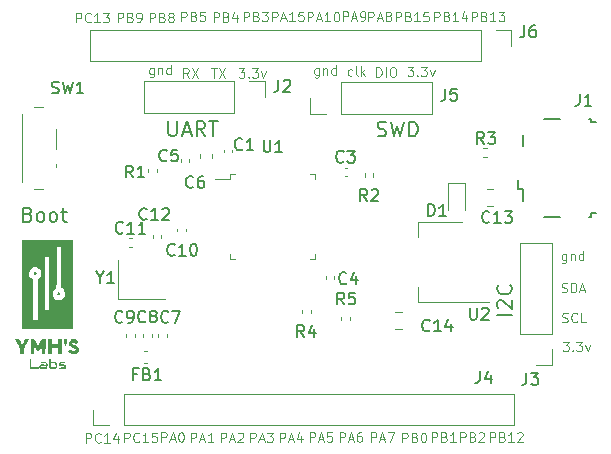
<source format=gbr>
%TF.GenerationSoftware,KiCad,Pcbnew,(7.0.0)*%
%TF.CreationDate,2023-02-16T03:23:41+08:00*%
%TF.ProjectId,STM32F103C8T6_BreakOut_Board,53544d33-3246-4313-9033-433854365f42,rev?*%
%TF.SameCoordinates,Original*%
%TF.FileFunction,Legend,Top*%
%TF.FilePolarity,Positive*%
%FSLAX46Y46*%
G04 Gerber Fmt 4.6, Leading zero omitted, Abs format (unit mm)*
G04 Created by KiCad (PCBNEW (7.0.0)) date 2023-02-16 03:23:41*
%MOMM*%
%LPD*%
G01*
G04 APERTURE LIST*
%ADD10C,0.100000*%
%ADD11C,0.080000*%
%ADD12C,0.200000*%
%ADD13C,0.125000*%
%ADD14C,0.150000*%
%ADD15C,0.120000*%
G04 APERTURE END LIST*
D10*
X140925807Y-112101235D02*
X140925807Y-111301235D01*
X140925807Y-111301235D02*
X141230569Y-111301235D01*
X141230569Y-111301235D02*
X141306759Y-111339331D01*
X141306759Y-111339331D02*
X141344854Y-111377426D01*
X141344854Y-111377426D02*
X141382950Y-111453616D01*
X141382950Y-111453616D02*
X141382950Y-111567902D01*
X141382950Y-111567902D02*
X141344854Y-111644092D01*
X141344854Y-111644092D02*
X141306759Y-111682188D01*
X141306759Y-111682188D02*
X141230569Y-111720283D01*
X141230569Y-111720283D02*
X140925807Y-111720283D01*
X141687711Y-111872664D02*
X142068664Y-111872664D01*
X141611521Y-112101235D02*
X141878188Y-111301235D01*
X141878188Y-111301235D02*
X142144854Y-112101235D01*
X142335330Y-111301235D02*
X142830568Y-111301235D01*
X142830568Y-111301235D02*
X142563902Y-111605997D01*
X142563902Y-111605997D02*
X142678187Y-111605997D01*
X142678187Y-111605997D02*
X142754378Y-111644092D01*
X142754378Y-111644092D02*
X142792473Y-111682188D01*
X142792473Y-111682188D02*
X142830568Y-111758378D01*
X142830568Y-111758378D02*
X142830568Y-111948854D01*
X142830568Y-111948854D02*
X142792473Y-112025045D01*
X142792473Y-112025045D02*
X142754378Y-112063140D01*
X142754378Y-112063140D02*
X142678187Y-112101235D01*
X142678187Y-112101235D02*
X142449616Y-112101235D01*
X142449616Y-112101235D02*
X142373425Y-112063140D01*
X142373425Y-112063140D02*
X142335330Y-112025045D01*
X137815807Y-76511235D02*
X137815807Y-75711235D01*
X137815807Y-75711235D02*
X138120569Y-75711235D01*
X138120569Y-75711235D02*
X138196759Y-75749331D01*
X138196759Y-75749331D02*
X138234854Y-75787426D01*
X138234854Y-75787426D02*
X138272950Y-75863616D01*
X138272950Y-75863616D02*
X138272950Y-75977902D01*
X138272950Y-75977902D02*
X138234854Y-76054092D01*
X138234854Y-76054092D02*
X138196759Y-76092188D01*
X138196759Y-76092188D02*
X138120569Y-76130283D01*
X138120569Y-76130283D02*
X137815807Y-76130283D01*
X138882473Y-76092188D02*
X138996759Y-76130283D01*
X138996759Y-76130283D02*
X139034854Y-76168378D01*
X139034854Y-76168378D02*
X139072950Y-76244569D01*
X139072950Y-76244569D02*
X139072950Y-76358854D01*
X139072950Y-76358854D02*
X139034854Y-76435045D01*
X139034854Y-76435045D02*
X138996759Y-76473140D01*
X138996759Y-76473140D02*
X138920569Y-76511235D01*
X138920569Y-76511235D02*
X138615807Y-76511235D01*
X138615807Y-76511235D02*
X138615807Y-75711235D01*
X138615807Y-75711235D02*
X138882473Y-75711235D01*
X138882473Y-75711235D02*
X138958664Y-75749331D01*
X138958664Y-75749331D02*
X138996759Y-75787426D01*
X138996759Y-75787426D02*
X139034854Y-75863616D01*
X139034854Y-75863616D02*
X139034854Y-75939807D01*
X139034854Y-75939807D02*
X138996759Y-76015997D01*
X138996759Y-76015997D02*
X138958664Y-76054092D01*
X138958664Y-76054092D02*
X138882473Y-76092188D01*
X138882473Y-76092188D02*
X138615807Y-76092188D01*
X139758664Y-75977902D02*
X139758664Y-76511235D01*
X139568188Y-75673140D02*
X139377711Y-76244569D01*
X139377711Y-76244569D02*
X139872950Y-76244569D01*
X151595807Y-81181235D02*
X151595807Y-80381235D01*
X151595807Y-80381235D02*
X151786283Y-80381235D01*
X151786283Y-80381235D02*
X151900569Y-80419331D01*
X151900569Y-80419331D02*
X151976759Y-80495521D01*
X151976759Y-80495521D02*
X152014854Y-80571711D01*
X152014854Y-80571711D02*
X152052950Y-80724092D01*
X152052950Y-80724092D02*
X152052950Y-80838378D01*
X152052950Y-80838378D02*
X152014854Y-80990759D01*
X152014854Y-80990759D02*
X151976759Y-81066950D01*
X151976759Y-81066950D02*
X151900569Y-81143140D01*
X151900569Y-81143140D02*
X151786283Y-81181235D01*
X151786283Y-81181235D02*
X151595807Y-81181235D01*
X152395807Y-81181235D02*
X152395807Y-80381235D01*
X152929140Y-80381235D02*
X153081521Y-80381235D01*
X153081521Y-80381235D02*
X153157711Y-80419331D01*
X153157711Y-80419331D02*
X153233902Y-80495521D01*
X153233902Y-80495521D02*
X153271997Y-80647902D01*
X153271997Y-80647902D02*
X153271997Y-80914569D01*
X153271997Y-80914569D02*
X153233902Y-81066950D01*
X153233902Y-81066950D02*
X153157711Y-81143140D01*
X153157711Y-81143140D02*
X153081521Y-81181235D01*
X153081521Y-81181235D02*
X152929140Y-81181235D01*
X152929140Y-81181235D02*
X152852949Y-81143140D01*
X152852949Y-81143140D02*
X152776759Y-81066950D01*
X152776759Y-81066950D02*
X152738663Y-80914569D01*
X152738663Y-80914569D02*
X152738663Y-80647902D01*
X152738663Y-80647902D02*
X152776759Y-80495521D01*
X152776759Y-80495521D02*
X152852949Y-80419331D01*
X152852949Y-80419331D02*
X152929140Y-80381235D01*
X150925807Y-76471235D02*
X150925807Y-75671235D01*
X150925807Y-75671235D02*
X151230569Y-75671235D01*
X151230569Y-75671235D02*
X151306759Y-75709331D01*
X151306759Y-75709331D02*
X151344854Y-75747426D01*
X151344854Y-75747426D02*
X151382950Y-75823616D01*
X151382950Y-75823616D02*
X151382950Y-75937902D01*
X151382950Y-75937902D02*
X151344854Y-76014092D01*
X151344854Y-76014092D02*
X151306759Y-76052188D01*
X151306759Y-76052188D02*
X151230569Y-76090283D01*
X151230569Y-76090283D02*
X150925807Y-76090283D01*
X151687711Y-76242664D02*
X152068664Y-76242664D01*
X151611521Y-76471235D02*
X151878188Y-75671235D01*
X151878188Y-75671235D02*
X152144854Y-76471235D01*
X152525806Y-76014092D02*
X152449616Y-75975997D01*
X152449616Y-75975997D02*
X152411521Y-75937902D01*
X152411521Y-75937902D02*
X152373425Y-75861711D01*
X152373425Y-75861711D02*
X152373425Y-75823616D01*
X152373425Y-75823616D02*
X152411521Y-75747426D01*
X152411521Y-75747426D02*
X152449616Y-75709331D01*
X152449616Y-75709331D02*
X152525806Y-75671235D01*
X152525806Y-75671235D02*
X152678187Y-75671235D01*
X152678187Y-75671235D02*
X152754378Y-75709331D01*
X152754378Y-75709331D02*
X152792473Y-75747426D01*
X152792473Y-75747426D02*
X152830568Y-75823616D01*
X152830568Y-75823616D02*
X152830568Y-75861711D01*
X152830568Y-75861711D02*
X152792473Y-75937902D01*
X152792473Y-75937902D02*
X152754378Y-75975997D01*
X152754378Y-75975997D02*
X152678187Y-76014092D01*
X152678187Y-76014092D02*
X152525806Y-76014092D01*
X152525806Y-76014092D02*
X152449616Y-76052188D01*
X152449616Y-76052188D02*
X152411521Y-76090283D01*
X152411521Y-76090283D02*
X152373425Y-76166473D01*
X152373425Y-76166473D02*
X152373425Y-76318854D01*
X152373425Y-76318854D02*
X152411521Y-76395045D01*
X152411521Y-76395045D02*
X152449616Y-76433140D01*
X152449616Y-76433140D02*
X152525806Y-76471235D01*
X152525806Y-76471235D02*
X152678187Y-76471235D01*
X152678187Y-76471235D02*
X152754378Y-76433140D01*
X152754378Y-76433140D02*
X152792473Y-76395045D01*
X152792473Y-76395045D02*
X152830568Y-76318854D01*
X152830568Y-76318854D02*
X152830568Y-76166473D01*
X152830568Y-76166473D02*
X152792473Y-76090283D01*
X152792473Y-76090283D02*
X152754378Y-76052188D01*
X152754378Y-76052188D02*
X152678187Y-76014092D01*
X129705807Y-76541235D02*
X129705807Y-75741235D01*
X129705807Y-75741235D02*
X130010569Y-75741235D01*
X130010569Y-75741235D02*
X130086759Y-75779331D01*
X130086759Y-75779331D02*
X130124854Y-75817426D01*
X130124854Y-75817426D02*
X130162950Y-75893616D01*
X130162950Y-75893616D02*
X130162950Y-76007902D01*
X130162950Y-76007902D02*
X130124854Y-76084092D01*
X130124854Y-76084092D02*
X130086759Y-76122188D01*
X130086759Y-76122188D02*
X130010569Y-76160283D01*
X130010569Y-76160283D02*
X129705807Y-76160283D01*
X130772473Y-76122188D02*
X130886759Y-76160283D01*
X130886759Y-76160283D02*
X130924854Y-76198378D01*
X130924854Y-76198378D02*
X130962950Y-76274569D01*
X130962950Y-76274569D02*
X130962950Y-76388854D01*
X130962950Y-76388854D02*
X130924854Y-76465045D01*
X130924854Y-76465045D02*
X130886759Y-76503140D01*
X130886759Y-76503140D02*
X130810569Y-76541235D01*
X130810569Y-76541235D02*
X130505807Y-76541235D01*
X130505807Y-76541235D02*
X130505807Y-75741235D01*
X130505807Y-75741235D02*
X130772473Y-75741235D01*
X130772473Y-75741235D02*
X130848664Y-75779331D01*
X130848664Y-75779331D02*
X130886759Y-75817426D01*
X130886759Y-75817426D02*
X130924854Y-75893616D01*
X130924854Y-75893616D02*
X130924854Y-75969807D01*
X130924854Y-75969807D02*
X130886759Y-76045997D01*
X130886759Y-76045997D02*
X130848664Y-76084092D01*
X130848664Y-76084092D02*
X130772473Y-76122188D01*
X130772473Y-76122188D02*
X130505807Y-76122188D01*
X131343902Y-76541235D02*
X131496283Y-76541235D01*
X131496283Y-76541235D02*
X131572473Y-76503140D01*
X131572473Y-76503140D02*
X131610569Y-76465045D01*
X131610569Y-76465045D02*
X131686759Y-76350759D01*
X131686759Y-76350759D02*
X131724854Y-76198378D01*
X131724854Y-76198378D02*
X131724854Y-75893616D01*
X131724854Y-75893616D02*
X131686759Y-75817426D01*
X131686759Y-75817426D02*
X131648664Y-75779331D01*
X131648664Y-75779331D02*
X131572473Y-75741235D01*
X131572473Y-75741235D02*
X131420092Y-75741235D01*
X131420092Y-75741235D02*
X131343902Y-75779331D01*
X131343902Y-75779331D02*
X131305807Y-75817426D01*
X131305807Y-75817426D02*
X131267711Y-75893616D01*
X131267711Y-75893616D02*
X131267711Y-76084092D01*
X131267711Y-76084092D02*
X131305807Y-76160283D01*
X131305807Y-76160283D02*
X131343902Y-76198378D01*
X131343902Y-76198378D02*
X131420092Y-76236473D01*
X131420092Y-76236473D02*
X131572473Y-76236473D01*
X131572473Y-76236473D02*
X131648664Y-76198378D01*
X131648664Y-76198378D02*
X131686759Y-76160283D01*
X131686759Y-76160283D02*
X131724854Y-76084092D01*
X143425807Y-112101235D02*
X143425807Y-111301235D01*
X143425807Y-111301235D02*
X143730569Y-111301235D01*
X143730569Y-111301235D02*
X143806759Y-111339331D01*
X143806759Y-111339331D02*
X143844854Y-111377426D01*
X143844854Y-111377426D02*
X143882950Y-111453616D01*
X143882950Y-111453616D02*
X143882950Y-111567902D01*
X143882950Y-111567902D02*
X143844854Y-111644092D01*
X143844854Y-111644092D02*
X143806759Y-111682188D01*
X143806759Y-111682188D02*
X143730569Y-111720283D01*
X143730569Y-111720283D02*
X143425807Y-111720283D01*
X144187711Y-111872664D02*
X144568664Y-111872664D01*
X144111521Y-112101235D02*
X144378188Y-111301235D01*
X144378188Y-111301235D02*
X144644854Y-112101235D01*
X145254378Y-111567902D02*
X145254378Y-112101235D01*
X145063902Y-111263140D02*
X144873425Y-111834569D01*
X144873425Y-111834569D02*
X145368664Y-111834569D01*
X135065807Y-76481235D02*
X135065807Y-75681235D01*
X135065807Y-75681235D02*
X135370569Y-75681235D01*
X135370569Y-75681235D02*
X135446759Y-75719331D01*
X135446759Y-75719331D02*
X135484854Y-75757426D01*
X135484854Y-75757426D02*
X135522950Y-75833616D01*
X135522950Y-75833616D02*
X135522950Y-75947902D01*
X135522950Y-75947902D02*
X135484854Y-76024092D01*
X135484854Y-76024092D02*
X135446759Y-76062188D01*
X135446759Y-76062188D02*
X135370569Y-76100283D01*
X135370569Y-76100283D02*
X135065807Y-76100283D01*
X136132473Y-76062188D02*
X136246759Y-76100283D01*
X136246759Y-76100283D02*
X136284854Y-76138378D01*
X136284854Y-76138378D02*
X136322950Y-76214569D01*
X136322950Y-76214569D02*
X136322950Y-76328854D01*
X136322950Y-76328854D02*
X136284854Y-76405045D01*
X136284854Y-76405045D02*
X136246759Y-76443140D01*
X136246759Y-76443140D02*
X136170569Y-76481235D01*
X136170569Y-76481235D02*
X135865807Y-76481235D01*
X135865807Y-76481235D02*
X135865807Y-75681235D01*
X135865807Y-75681235D02*
X136132473Y-75681235D01*
X136132473Y-75681235D02*
X136208664Y-75719331D01*
X136208664Y-75719331D02*
X136246759Y-75757426D01*
X136246759Y-75757426D02*
X136284854Y-75833616D01*
X136284854Y-75833616D02*
X136284854Y-75909807D01*
X136284854Y-75909807D02*
X136246759Y-75985997D01*
X136246759Y-75985997D02*
X136208664Y-76024092D01*
X136208664Y-76024092D02*
X136132473Y-76062188D01*
X136132473Y-76062188D02*
X135865807Y-76062188D01*
X137046759Y-75681235D02*
X136665807Y-75681235D01*
X136665807Y-75681235D02*
X136627711Y-76062188D01*
X136627711Y-76062188D02*
X136665807Y-76024092D01*
X136665807Y-76024092D02*
X136741997Y-75985997D01*
X136741997Y-75985997D02*
X136932473Y-75985997D01*
X136932473Y-75985997D02*
X137008664Y-76024092D01*
X137008664Y-76024092D02*
X137046759Y-76062188D01*
X137046759Y-76062188D02*
X137084854Y-76138378D01*
X137084854Y-76138378D02*
X137084854Y-76328854D01*
X137084854Y-76328854D02*
X137046759Y-76405045D01*
X137046759Y-76405045D02*
X137008664Y-76443140D01*
X137008664Y-76443140D02*
X136932473Y-76481235D01*
X136932473Y-76481235D02*
X136741997Y-76481235D01*
X136741997Y-76481235D02*
X136665807Y-76443140D01*
X136665807Y-76443140D02*
X136627711Y-76405045D01*
D11*
X135702950Y-81241235D02*
X135436283Y-80860283D01*
X135245807Y-81241235D02*
X135245807Y-80441235D01*
X135245807Y-80441235D02*
X135550569Y-80441235D01*
X135550569Y-80441235D02*
X135626759Y-80479331D01*
X135626759Y-80479331D02*
X135664854Y-80517426D01*
X135664854Y-80517426D02*
X135702950Y-80593616D01*
X135702950Y-80593616D02*
X135702950Y-80707902D01*
X135702950Y-80707902D02*
X135664854Y-80784092D01*
X135664854Y-80784092D02*
X135626759Y-80822188D01*
X135626759Y-80822188D02*
X135550569Y-80860283D01*
X135550569Y-80860283D02*
X135245807Y-80860283D01*
X135969616Y-80441235D02*
X136502950Y-81241235D01*
X136502950Y-80441235D02*
X135969616Y-81241235D01*
D10*
X161215807Y-112091235D02*
X161215807Y-111291235D01*
X161215807Y-111291235D02*
X161520569Y-111291235D01*
X161520569Y-111291235D02*
X161596759Y-111329331D01*
X161596759Y-111329331D02*
X161634854Y-111367426D01*
X161634854Y-111367426D02*
X161672950Y-111443616D01*
X161672950Y-111443616D02*
X161672950Y-111557902D01*
X161672950Y-111557902D02*
X161634854Y-111634092D01*
X161634854Y-111634092D02*
X161596759Y-111672188D01*
X161596759Y-111672188D02*
X161520569Y-111710283D01*
X161520569Y-111710283D02*
X161215807Y-111710283D01*
X162282473Y-111672188D02*
X162396759Y-111710283D01*
X162396759Y-111710283D02*
X162434854Y-111748378D01*
X162434854Y-111748378D02*
X162472950Y-111824569D01*
X162472950Y-111824569D02*
X162472950Y-111938854D01*
X162472950Y-111938854D02*
X162434854Y-112015045D01*
X162434854Y-112015045D02*
X162396759Y-112053140D01*
X162396759Y-112053140D02*
X162320569Y-112091235D01*
X162320569Y-112091235D02*
X162015807Y-112091235D01*
X162015807Y-112091235D02*
X162015807Y-111291235D01*
X162015807Y-111291235D02*
X162282473Y-111291235D01*
X162282473Y-111291235D02*
X162358664Y-111329331D01*
X162358664Y-111329331D02*
X162396759Y-111367426D01*
X162396759Y-111367426D02*
X162434854Y-111443616D01*
X162434854Y-111443616D02*
X162434854Y-111519807D01*
X162434854Y-111519807D02*
X162396759Y-111595997D01*
X162396759Y-111595997D02*
X162358664Y-111634092D01*
X162358664Y-111634092D02*
X162282473Y-111672188D01*
X162282473Y-111672188D02*
X162015807Y-111672188D01*
X163234854Y-112091235D02*
X162777711Y-112091235D01*
X163006283Y-112091235D02*
X163006283Y-111291235D01*
X163006283Y-111291235D02*
X162930092Y-111405521D01*
X162930092Y-111405521D02*
X162853902Y-111481711D01*
X162853902Y-111481711D02*
X162777711Y-111519807D01*
X163539616Y-111367426D02*
X163577712Y-111329331D01*
X163577712Y-111329331D02*
X163653902Y-111291235D01*
X163653902Y-111291235D02*
X163844378Y-111291235D01*
X163844378Y-111291235D02*
X163920569Y-111329331D01*
X163920569Y-111329331D02*
X163958664Y-111367426D01*
X163958664Y-111367426D02*
X163996759Y-111443616D01*
X163996759Y-111443616D02*
X163996759Y-111519807D01*
X163996759Y-111519807D02*
X163958664Y-111634092D01*
X163958664Y-111634092D02*
X163501521Y-112091235D01*
X163501521Y-112091235D02*
X163996759Y-112091235D01*
X135875807Y-112101235D02*
X135875807Y-111301235D01*
X135875807Y-111301235D02*
X136180569Y-111301235D01*
X136180569Y-111301235D02*
X136256759Y-111339331D01*
X136256759Y-111339331D02*
X136294854Y-111377426D01*
X136294854Y-111377426D02*
X136332950Y-111453616D01*
X136332950Y-111453616D02*
X136332950Y-111567902D01*
X136332950Y-111567902D02*
X136294854Y-111644092D01*
X136294854Y-111644092D02*
X136256759Y-111682188D01*
X136256759Y-111682188D02*
X136180569Y-111720283D01*
X136180569Y-111720283D02*
X135875807Y-111720283D01*
X136637711Y-111872664D02*
X137018664Y-111872664D01*
X136561521Y-112101235D02*
X136828188Y-111301235D01*
X136828188Y-111301235D02*
X137094854Y-112101235D01*
X137780568Y-112101235D02*
X137323425Y-112101235D01*
X137551997Y-112101235D02*
X137551997Y-111301235D01*
X137551997Y-111301235D02*
X137475806Y-111415521D01*
X137475806Y-111415521D02*
X137399616Y-111491711D01*
X137399616Y-111491711D02*
X137323425Y-111529807D01*
X158705807Y-112091235D02*
X158705807Y-111291235D01*
X158705807Y-111291235D02*
X159010569Y-111291235D01*
X159010569Y-111291235D02*
X159086759Y-111329331D01*
X159086759Y-111329331D02*
X159124854Y-111367426D01*
X159124854Y-111367426D02*
X159162950Y-111443616D01*
X159162950Y-111443616D02*
X159162950Y-111557902D01*
X159162950Y-111557902D02*
X159124854Y-111634092D01*
X159124854Y-111634092D02*
X159086759Y-111672188D01*
X159086759Y-111672188D02*
X159010569Y-111710283D01*
X159010569Y-111710283D02*
X158705807Y-111710283D01*
X159772473Y-111672188D02*
X159886759Y-111710283D01*
X159886759Y-111710283D02*
X159924854Y-111748378D01*
X159924854Y-111748378D02*
X159962950Y-111824569D01*
X159962950Y-111824569D02*
X159962950Y-111938854D01*
X159962950Y-111938854D02*
X159924854Y-112015045D01*
X159924854Y-112015045D02*
X159886759Y-112053140D01*
X159886759Y-112053140D02*
X159810569Y-112091235D01*
X159810569Y-112091235D02*
X159505807Y-112091235D01*
X159505807Y-112091235D02*
X159505807Y-111291235D01*
X159505807Y-111291235D02*
X159772473Y-111291235D01*
X159772473Y-111291235D02*
X159848664Y-111329331D01*
X159848664Y-111329331D02*
X159886759Y-111367426D01*
X159886759Y-111367426D02*
X159924854Y-111443616D01*
X159924854Y-111443616D02*
X159924854Y-111519807D01*
X159924854Y-111519807D02*
X159886759Y-111595997D01*
X159886759Y-111595997D02*
X159848664Y-111634092D01*
X159848664Y-111634092D02*
X159772473Y-111672188D01*
X159772473Y-111672188D02*
X159505807Y-111672188D01*
X160267711Y-111367426D02*
X160305807Y-111329331D01*
X160305807Y-111329331D02*
X160381997Y-111291235D01*
X160381997Y-111291235D02*
X160572473Y-111291235D01*
X160572473Y-111291235D02*
X160648664Y-111329331D01*
X160648664Y-111329331D02*
X160686759Y-111367426D01*
X160686759Y-111367426D02*
X160724854Y-111443616D01*
X160724854Y-111443616D02*
X160724854Y-111519807D01*
X160724854Y-111519807D02*
X160686759Y-111634092D01*
X160686759Y-111634092D02*
X160229616Y-112091235D01*
X160229616Y-112091235D02*
X160724854Y-112091235D01*
X167327711Y-101933140D02*
X167441997Y-101971235D01*
X167441997Y-101971235D02*
X167632473Y-101971235D01*
X167632473Y-101971235D02*
X167708664Y-101933140D01*
X167708664Y-101933140D02*
X167746759Y-101895045D01*
X167746759Y-101895045D02*
X167784854Y-101818854D01*
X167784854Y-101818854D02*
X167784854Y-101742664D01*
X167784854Y-101742664D02*
X167746759Y-101666473D01*
X167746759Y-101666473D02*
X167708664Y-101628378D01*
X167708664Y-101628378D02*
X167632473Y-101590283D01*
X167632473Y-101590283D02*
X167480092Y-101552188D01*
X167480092Y-101552188D02*
X167403902Y-101514092D01*
X167403902Y-101514092D02*
X167365807Y-101475997D01*
X167365807Y-101475997D02*
X167327711Y-101399807D01*
X167327711Y-101399807D02*
X167327711Y-101323616D01*
X167327711Y-101323616D02*
X167365807Y-101247426D01*
X167365807Y-101247426D02*
X167403902Y-101209331D01*
X167403902Y-101209331D02*
X167480092Y-101171235D01*
X167480092Y-101171235D02*
X167670569Y-101171235D01*
X167670569Y-101171235D02*
X167784854Y-101209331D01*
X168584855Y-101895045D02*
X168546759Y-101933140D01*
X168546759Y-101933140D02*
X168432474Y-101971235D01*
X168432474Y-101971235D02*
X168356283Y-101971235D01*
X168356283Y-101971235D02*
X168241997Y-101933140D01*
X168241997Y-101933140D02*
X168165807Y-101856950D01*
X168165807Y-101856950D02*
X168127712Y-101780759D01*
X168127712Y-101780759D02*
X168089616Y-101628378D01*
X168089616Y-101628378D02*
X168089616Y-101514092D01*
X168089616Y-101514092D02*
X168127712Y-101361711D01*
X168127712Y-101361711D02*
X168165807Y-101285521D01*
X168165807Y-101285521D02*
X168241997Y-101209331D01*
X168241997Y-101209331D02*
X168356283Y-101171235D01*
X168356283Y-101171235D02*
X168432474Y-101171235D01*
X168432474Y-101171235D02*
X168546759Y-101209331D01*
X168546759Y-101209331D02*
X168584855Y-101247426D01*
X169308664Y-101971235D02*
X168927712Y-101971235D01*
X168927712Y-101971235D02*
X168927712Y-101171235D01*
X138415807Y-112101235D02*
X138415807Y-111301235D01*
X138415807Y-111301235D02*
X138720569Y-111301235D01*
X138720569Y-111301235D02*
X138796759Y-111339331D01*
X138796759Y-111339331D02*
X138834854Y-111377426D01*
X138834854Y-111377426D02*
X138872950Y-111453616D01*
X138872950Y-111453616D02*
X138872950Y-111567902D01*
X138872950Y-111567902D02*
X138834854Y-111644092D01*
X138834854Y-111644092D02*
X138796759Y-111682188D01*
X138796759Y-111682188D02*
X138720569Y-111720283D01*
X138720569Y-111720283D02*
X138415807Y-111720283D01*
X139177711Y-111872664D02*
X139558664Y-111872664D01*
X139101521Y-112101235D02*
X139368188Y-111301235D01*
X139368188Y-111301235D02*
X139634854Y-112101235D01*
X139863425Y-111377426D02*
X139901521Y-111339331D01*
X139901521Y-111339331D02*
X139977711Y-111301235D01*
X139977711Y-111301235D02*
X140168187Y-111301235D01*
X140168187Y-111301235D02*
X140244378Y-111339331D01*
X140244378Y-111339331D02*
X140282473Y-111377426D01*
X140282473Y-111377426D02*
X140320568Y-111453616D01*
X140320568Y-111453616D02*
X140320568Y-111529807D01*
X140320568Y-111529807D02*
X140282473Y-111644092D01*
X140282473Y-111644092D02*
X139825330Y-112101235D01*
X139825330Y-112101235D02*
X140320568Y-112101235D01*
X127005807Y-112151235D02*
X127005807Y-111351235D01*
X127005807Y-111351235D02*
X127310569Y-111351235D01*
X127310569Y-111351235D02*
X127386759Y-111389331D01*
X127386759Y-111389331D02*
X127424854Y-111427426D01*
X127424854Y-111427426D02*
X127462950Y-111503616D01*
X127462950Y-111503616D02*
X127462950Y-111617902D01*
X127462950Y-111617902D02*
X127424854Y-111694092D01*
X127424854Y-111694092D02*
X127386759Y-111732188D01*
X127386759Y-111732188D02*
X127310569Y-111770283D01*
X127310569Y-111770283D02*
X127005807Y-111770283D01*
X128262950Y-112075045D02*
X128224854Y-112113140D01*
X128224854Y-112113140D02*
X128110569Y-112151235D01*
X128110569Y-112151235D02*
X128034378Y-112151235D01*
X128034378Y-112151235D02*
X127920092Y-112113140D01*
X127920092Y-112113140D02*
X127843902Y-112036950D01*
X127843902Y-112036950D02*
X127805807Y-111960759D01*
X127805807Y-111960759D02*
X127767711Y-111808378D01*
X127767711Y-111808378D02*
X127767711Y-111694092D01*
X127767711Y-111694092D02*
X127805807Y-111541711D01*
X127805807Y-111541711D02*
X127843902Y-111465521D01*
X127843902Y-111465521D02*
X127920092Y-111389331D01*
X127920092Y-111389331D02*
X128034378Y-111351235D01*
X128034378Y-111351235D02*
X128110569Y-111351235D01*
X128110569Y-111351235D02*
X128224854Y-111389331D01*
X128224854Y-111389331D02*
X128262950Y-111427426D01*
X129024854Y-112151235D02*
X128567711Y-112151235D01*
X128796283Y-112151235D02*
X128796283Y-111351235D01*
X128796283Y-111351235D02*
X128720092Y-111465521D01*
X128720092Y-111465521D02*
X128643902Y-111541711D01*
X128643902Y-111541711D02*
X128567711Y-111579807D01*
X129710569Y-111617902D02*
X129710569Y-112151235D01*
X129520093Y-111313140D02*
X129329616Y-111884569D01*
X129329616Y-111884569D02*
X129824855Y-111884569D01*
D11*
X132728664Y-80437902D02*
X132728664Y-81085521D01*
X132728664Y-81085521D02*
X132690569Y-81161711D01*
X132690569Y-81161711D02*
X132652473Y-81199807D01*
X132652473Y-81199807D02*
X132576283Y-81237902D01*
X132576283Y-81237902D02*
X132461997Y-81237902D01*
X132461997Y-81237902D02*
X132385807Y-81199807D01*
X132728664Y-80933140D02*
X132652473Y-80971235D01*
X132652473Y-80971235D02*
X132500092Y-80971235D01*
X132500092Y-80971235D02*
X132423902Y-80933140D01*
X132423902Y-80933140D02*
X132385807Y-80895045D01*
X132385807Y-80895045D02*
X132347711Y-80818854D01*
X132347711Y-80818854D02*
X132347711Y-80590283D01*
X132347711Y-80590283D02*
X132385807Y-80514092D01*
X132385807Y-80514092D02*
X132423902Y-80475997D01*
X132423902Y-80475997D02*
X132500092Y-80437902D01*
X132500092Y-80437902D02*
X132652473Y-80437902D01*
X132652473Y-80437902D02*
X132728664Y-80475997D01*
X133109617Y-80437902D02*
X133109617Y-80971235D01*
X133109617Y-80514092D02*
X133147712Y-80475997D01*
X133147712Y-80475997D02*
X133223902Y-80437902D01*
X133223902Y-80437902D02*
X133338188Y-80437902D01*
X133338188Y-80437902D02*
X133414379Y-80475997D01*
X133414379Y-80475997D02*
X133452474Y-80552188D01*
X133452474Y-80552188D02*
X133452474Y-80971235D01*
X134176284Y-80971235D02*
X134176284Y-80171235D01*
X134176284Y-80933140D02*
X134100093Y-80971235D01*
X134100093Y-80971235D02*
X133947712Y-80971235D01*
X133947712Y-80971235D02*
X133871522Y-80933140D01*
X133871522Y-80933140D02*
X133833427Y-80895045D01*
X133833427Y-80895045D02*
X133795331Y-80818854D01*
X133795331Y-80818854D02*
X133795331Y-80590283D01*
X133795331Y-80590283D02*
X133833427Y-80514092D01*
X133833427Y-80514092D02*
X133871522Y-80475997D01*
X133871522Y-80475997D02*
X133947712Y-80437902D01*
X133947712Y-80437902D02*
X134100093Y-80437902D01*
X134100093Y-80437902D02*
X134176284Y-80475997D01*
D12*
X122101045Y-92825616D02*
X122272473Y-92882759D01*
X122272473Y-92882759D02*
X122329616Y-92939902D01*
X122329616Y-92939902D02*
X122386759Y-93054188D01*
X122386759Y-93054188D02*
X122386759Y-93225616D01*
X122386759Y-93225616D02*
X122329616Y-93339902D01*
X122329616Y-93339902D02*
X122272473Y-93397045D01*
X122272473Y-93397045D02*
X122158188Y-93454188D01*
X122158188Y-93454188D02*
X121701045Y-93454188D01*
X121701045Y-93454188D02*
X121701045Y-92254188D01*
X121701045Y-92254188D02*
X122101045Y-92254188D01*
X122101045Y-92254188D02*
X122215331Y-92311331D01*
X122215331Y-92311331D02*
X122272473Y-92368473D01*
X122272473Y-92368473D02*
X122329616Y-92482759D01*
X122329616Y-92482759D02*
X122329616Y-92597045D01*
X122329616Y-92597045D02*
X122272473Y-92711331D01*
X122272473Y-92711331D02*
X122215331Y-92768473D01*
X122215331Y-92768473D02*
X122101045Y-92825616D01*
X122101045Y-92825616D02*
X121701045Y-92825616D01*
X123072473Y-93454188D02*
X122958188Y-93397045D01*
X122958188Y-93397045D02*
X122901045Y-93339902D01*
X122901045Y-93339902D02*
X122843902Y-93225616D01*
X122843902Y-93225616D02*
X122843902Y-92882759D01*
X122843902Y-92882759D02*
X122901045Y-92768473D01*
X122901045Y-92768473D02*
X122958188Y-92711331D01*
X122958188Y-92711331D02*
X123072473Y-92654188D01*
X123072473Y-92654188D02*
X123243902Y-92654188D01*
X123243902Y-92654188D02*
X123358188Y-92711331D01*
X123358188Y-92711331D02*
X123415331Y-92768473D01*
X123415331Y-92768473D02*
X123472473Y-92882759D01*
X123472473Y-92882759D02*
X123472473Y-93225616D01*
X123472473Y-93225616D02*
X123415331Y-93339902D01*
X123415331Y-93339902D02*
X123358188Y-93397045D01*
X123358188Y-93397045D02*
X123243902Y-93454188D01*
X123243902Y-93454188D02*
X123072473Y-93454188D01*
X124158187Y-93454188D02*
X124043902Y-93397045D01*
X124043902Y-93397045D02*
X123986759Y-93339902D01*
X123986759Y-93339902D02*
X123929616Y-93225616D01*
X123929616Y-93225616D02*
X123929616Y-92882759D01*
X123929616Y-92882759D02*
X123986759Y-92768473D01*
X123986759Y-92768473D02*
X124043902Y-92711331D01*
X124043902Y-92711331D02*
X124158187Y-92654188D01*
X124158187Y-92654188D02*
X124329616Y-92654188D01*
X124329616Y-92654188D02*
X124443902Y-92711331D01*
X124443902Y-92711331D02*
X124501045Y-92768473D01*
X124501045Y-92768473D02*
X124558187Y-92882759D01*
X124558187Y-92882759D02*
X124558187Y-93225616D01*
X124558187Y-93225616D02*
X124501045Y-93339902D01*
X124501045Y-93339902D02*
X124443902Y-93397045D01*
X124443902Y-93397045D02*
X124329616Y-93454188D01*
X124329616Y-93454188D02*
X124158187Y-93454188D01*
X124901044Y-92654188D02*
X125358187Y-92654188D01*
X125072473Y-92254188D02*
X125072473Y-93282759D01*
X125072473Y-93282759D02*
X125129616Y-93397045D01*
X125129616Y-93397045D02*
X125243901Y-93454188D01*
X125243901Y-93454188D02*
X125358187Y-93454188D01*
D10*
X145765807Y-76491235D02*
X145765807Y-75691235D01*
X145765807Y-75691235D02*
X146070569Y-75691235D01*
X146070569Y-75691235D02*
X146146759Y-75729331D01*
X146146759Y-75729331D02*
X146184854Y-75767426D01*
X146184854Y-75767426D02*
X146222950Y-75843616D01*
X146222950Y-75843616D02*
X146222950Y-75957902D01*
X146222950Y-75957902D02*
X146184854Y-76034092D01*
X146184854Y-76034092D02*
X146146759Y-76072188D01*
X146146759Y-76072188D02*
X146070569Y-76110283D01*
X146070569Y-76110283D02*
X145765807Y-76110283D01*
X146527711Y-76262664D02*
X146908664Y-76262664D01*
X146451521Y-76491235D02*
X146718188Y-75691235D01*
X146718188Y-75691235D02*
X146984854Y-76491235D01*
X147670568Y-76491235D02*
X147213425Y-76491235D01*
X147441997Y-76491235D02*
X147441997Y-75691235D01*
X147441997Y-75691235D02*
X147365806Y-75805521D01*
X147365806Y-75805521D02*
X147289616Y-75881711D01*
X147289616Y-75881711D02*
X147213425Y-75919807D01*
X148165807Y-75691235D02*
X148241997Y-75691235D01*
X148241997Y-75691235D02*
X148318188Y-75729331D01*
X148318188Y-75729331D02*
X148356283Y-75767426D01*
X148356283Y-75767426D02*
X148394378Y-75843616D01*
X148394378Y-75843616D02*
X148432473Y-75995997D01*
X148432473Y-75995997D02*
X148432473Y-76186473D01*
X148432473Y-76186473D02*
X148394378Y-76338854D01*
X148394378Y-76338854D02*
X148356283Y-76415045D01*
X148356283Y-76415045D02*
X148318188Y-76453140D01*
X148318188Y-76453140D02*
X148241997Y-76491235D01*
X148241997Y-76491235D02*
X148165807Y-76491235D01*
X148165807Y-76491235D02*
X148089616Y-76453140D01*
X148089616Y-76453140D02*
X148051521Y-76415045D01*
X148051521Y-76415045D02*
X148013426Y-76338854D01*
X148013426Y-76338854D02*
X147975330Y-76186473D01*
X147975330Y-76186473D02*
X147975330Y-75995997D01*
X147975330Y-75995997D02*
X148013426Y-75843616D01*
X148013426Y-75843616D02*
X148051521Y-75767426D01*
X148051521Y-75767426D02*
X148089616Y-75729331D01*
X148089616Y-75729331D02*
X148165807Y-75691235D01*
X148765807Y-76451235D02*
X148765807Y-75651235D01*
X148765807Y-75651235D02*
X149070569Y-75651235D01*
X149070569Y-75651235D02*
X149146759Y-75689331D01*
X149146759Y-75689331D02*
X149184854Y-75727426D01*
X149184854Y-75727426D02*
X149222950Y-75803616D01*
X149222950Y-75803616D02*
X149222950Y-75917902D01*
X149222950Y-75917902D02*
X149184854Y-75994092D01*
X149184854Y-75994092D02*
X149146759Y-76032188D01*
X149146759Y-76032188D02*
X149070569Y-76070283D01*
X149070569Y-76070283D02*
X148765807Y-76070283D01*
X149527711Y-76222664D02*
X149908664Y-76222664D01*
X149451521Y-76451235D02*
X149718188Y-75651235D01*
X149718188Y-75651235D02*
X149984854Y-76451235D01*
X150289616Y-76451235D02*
X150441997Y-76451235D01*
X150441997Y-76451235D02*
X150518187Y-76413140D01*
X150518187Y-76413140D02*
X150556283Y-76375045D01*
X150556283Y-76375045D02*
X150632473Y-76260759D01*
X150632473Y-76260759D02*
X150670568Y-76108378D01*
X150670568Y-76108378D02*
X150670568Y-75803616D01*
X150670568Y-75803616D02*
X150632473Y-75727426D01*
X150632473Y-75727426D02*
X150594378Y-75689331D01*
X150594378Y-75689331D02*
X150518187Y-75651235D01*
X150518187Y-75651235D02*
X150365806Y-75651235D01*
X150365806Y-75651235D02*
X150289616Y-75689331D01*
X150289616Y-75689331D02*
X150251521Y-75727426D01*
X150251521Y-75727426D02*
X150213425Y-75803616D01*
X150213425Y-75803616D02*
X150213425Y-75994092D01*
X150213425Y-75994092D02*
X150251521Y-76070283D01*
X150251521Y-76070283D02*
X150289616Y-76108378D01*
X150289616Y-76108378D02*
X150365806Y-76146473D01*
X150365806Y-76146473D02*
X150518187Y-76146473D01*
X150518187Y-76146473D02*
X150594378Y-76108378D01*
X150594378Y-76108378D02*
X150632473Y-76070283D01*
X150632473Y-76070283D02*
X150670568Y-75994092D01*
X151145807Y-112061235D02*
X151145807Y-111261235D01*
X151145807Y-111261235D02*
X151450569Y-111261235D01*
X151450569Y-111261235D02*
X151526759Y-111299331D01*
X151526759Y-111299331D02*
X151564854Y-111337426D01*
X151564854Y-111337426D02*
X151602950Y-111413616D01*
X151602950Y-111413616D02*
X151602950Y-111527902D01*
X151602950Y-111527902D02*
X151564854Y-111604092D01*
X151564854Y-111604092D02*
X151526759Y-111642188D01*
X151526759Y-111642188D02*
X151450569Y-111680283D01*
X151450569Y-111680283D02*
X151145807Y-111680283D01*
X151907711Y-111832664D02*
X152288664Y-111832664D01*
X151831521Y-112061235D02*
X152098188Y-111261235D01*
X152098188Y-111261235D02*
X152364854Y-112061235D01*
X152555330Y-111261235D02*
X153088664Y-111261235D01*
X153088664Y-111261235D02*
X152745806Y-112061235D01*
X153805807Y-112121235D02*
X153805807Y-111321235D01*
X153805807Y-111321235D02*
X154110569Y-111321235D01*
X154110569Y-111321235D02*
X154186759Y-111359331D01*
X154186759Y-111359331D02*
X154224854Y-111397426D01*
X154224854Y-111397426D02*
X154262950Y-111473616D01*
X154262950Y-111473616D02*
X154262950Y-111587902D01*
X154262950Y-111587902D02*
X154224854Y-111664092D01*
X154224854Y-111664092D02*
X154186759Y-111702188D01*
X154186759Y-111702188D02*
X154110569Y-111740283D01*
X154110569Y-111740283D02*
X153805807Y-111740283D01*
X154872473Y-111702188D02*
X154986759Y-111740283D01*
X154986759Y-111740283D02*
X155024854Y-111778378D01*
X155024854Y-111778378D02*
X155062950Y-111854569D01*
X155062950Y-111854569D02*
X155062950Y-111968854D01*
X155062950Y-111968854D02*
X155024854Y-112045045D01*
X155024854Y-112045045D02*
X154986759Y-112083140D01*
X154986759Y-112083140D02*
X154910569Y-112121235D01*
X154910569Y-112121235D02*
X154605807Y-112121235D01*
X154605807Y-112121235D02*
X154605807Y-111321235D01*
X154605807Y-111321235D02*
X154872473Y-111321235D01*
X154872473Y-111321235D02*
X154948664Y-111359331D01*
X154948664Y-111359331D02*
X154986759Y-111397426D01*
X154986759Y-111397426D02*
X155024854Y-111473616D01*
X155024854Y-111473616D02*
X155024854Y-111549807D01*
X155024854Y-111549807D02*
X154986759Y-111625997D01*
X154986759Y-111625997D02*
X154948664Y-111664092D01*
X154948664Y-111664092D02*
X154872473Y-111702188D01*
X154872473Y-111702188D02*
X154605807Y-111702188D01*
X155558188Y-111321235D02*
X155634378Y-111321235D01*
X155634378Y-111321235D02*
X155710569Y-111359331D01*
X155710569Y-111359331D02*
X155748664Y-111397426D01*
X155748664Y-111397426D02*
X155786759Y-111473616D01*
X155786759Y-111473616D02*
X155824854Y-111625997D01*
X155824854Y-111625997D02*
X155824854Y-111816473D01*
X155824854Y-111816473D02*
X155786759Y-111968854D01*
X155786759Y-111968854D02*
X155748664Y-112045045D01*
X155748664Y-112045045D02*
X155710569Y-112083140D01*
X155710569Y-112083140D02*
X155634378Y-112121235D01*
X155634378Y-112121235D02*
X155558188Y-112121235D01*
X155558188Y-112121235D02*
X155481997Y-112083140D01*
X155481997Y-112083140D02*
X155443902Y-112045045D01*
X155443902Y-112045045D02*
X155405807Y-111968854D01*
X155405807Y-111968854D02*
X155367711Y-111816473D01*
X155367711Y-111816473D02*
X155367711Y-111625997D01*
X155367711Y-111625997D02*
X155405807Y-111473616D01*
X155405807Y-111473616D02*
X155443902Y-111397426D01*
X155443902Y-111397426D02*
X155481997Y-111359331D01*
X155481997Y-111359331D02*
X155558188Y-111321235D01*
X167389616Y-103611235D02*
X167884854Y-103611235D01*
X167884854Y-103611235D02*
X167618188Y-103915997D01*
X167618188Y-103915997D02*
X167732473Y-103915997D01*
X167732473Y-103915997D02*
X167808664Y-103954092D01*
X167808664Y-103954092D02*
X167846759Y-103992188D01*
X167846759Y-103992188D02*
X167884854Y-104068378D01*
X167884854Y-104068378D02*
X167884854Y-104258854D01*
X167884854Y-104258854D02*
X167846759Y-104335045D01*
X167846759Y-104335045D02*
X167808664Y-104373140D01*
X167808664Y-104373140D02*
X167732473Y-104411235D01*
X167732473Y-104411235D02*
X167503902Y-104411235D01*
X167503902Y-104411235D02*
X167427711Y-104373140D01*
X167427711Y-104373140D02*
X167389616Y-104335045D01*
X168227712Y-104335045D02*
X168265807Y-104373140D01*
X168265807Y-104373140D02*
X168227712Y-104411235D01*
X168227712Y-104411235D02*
X168189616Y-104373140D01*
X168189616Y-104373140D02*
X168227712Y-104335045D01*
X168227712Y-104335045D02*
X168227712Y-104411235D01*
X168532473Y-103611235D02*
X169027711Y-103611235D01*
X169027711Y-103611235D02*
X168761045Y-103915997D01*
X168761045Y-103915997D02*
X168875330Y-103915997D01*
X168875330Y-103915997D02*
X168951521Y-103954092D01*
X168951521Y-103954092D02*
X168989616Y-103992188D01*
X168989616Y-103992188D02*
X169027711Y-104068378D01*
X169027711Y-104068378D02*
X169027711Y-104258854D01*
X169027711Y-104258854D02*
X168989616Y-104335045D01*
X168989616Y-104335045D02*
X168951521Y-104373140D01*
X168951521Y-104373140D02*
X168875330Y-104411235D01*
X168875330Y-104411235D02*
X168646759Y-104411235D01*
X168646759Y-104411235D02*
X168570568Y-104373140D01*
X168570568Y-104373140D02*
X168532473Y-104335045D01*
X169294378Y-103877902D02*
X169484854Y-104411235D01*
X169484854Y-104411235D02*
X169675331Y-103877902D01*
X154229616Y-80321235D02*
X154724854Y-80321235D01*
X154724854Y-80321235D02*
X154458188Y-80625997D01*
X154458188Y-80625997D02*
X154572473Y-80625997D01*
X154572473Y-80625997D02*
X154648664Y-80664092D01*
X154648664Y-80664092D02*
X154686759Y-80702188D01*
X154686759Y-80702188D02*
X154724854Y-80778378D01*
X154724854Y-80778378D02*
X154724854Y-80968854D01*
X154724854Y-80968854D02*
X154686759Y-81045045D01*
X154686759Y-81045045D02*
X154648664Y-81083140D01*
X154648664Y-81083140D02*
X154572473Y-81121235D01*
X154572473Y-81121235D02*
X154343902Y-81121235D01*
X154343902Y-81121235D02*
X154267711Y-81083140D01*
X154267711Y-81083140D02*
X154229616Y-81045045D01*
X155067712Y-81045045D02*
X155105807Y-81083140D01*
X155105807Y-81083140D02*
X155067712Y-81121235D01*
X155067712Y-81121235D02*
X155029616Y-81083140D01*
X155029616Y-81083140D02*
X155067712Y-81045045D01*
X155067712Y-81045045D02*
X155067712Y-81121235D01*
X155372473Y-80321235D02*
X155867711Y-80321235D01*
X155867711Y-80321235D02*
X155601045Y-80625997D01*
X155601045Y-80625997D02*
X155715330Y-80625997D01*
X155715330Y-80625997D02*
X155791521Y-80664092D01*
X155791521Y-80664092D02*
X155829616Y-80702188D01*
X155829616Y-80702188D02*
X155867711Y-80778378D01*
X155867711Y-80778378D02*
X155867711Y-80968854D01*
X155867711Y-80968854D02*
X155829616Y-81045045D01*
X155829616Y-81045045D02*
X155791521Y-81083140D01*
X155791521Y-81083140D02*
X155715330Y-81121235D01*
X155715330Y-81121235D02*
X155486759Y-81121235D01*
X155486759Y-81121235D02*
X155410568Y-81083140D01*
X155410568Y-81083140D02*
X155372473Y-81045045D01*
X156134378Y-80587902D02*
X156324854Y-81121235D01*
X156324854Y-81121235D02*
X156515331Y-80587902D01*
X145965807Y-112091235D02*
X145965807Y-111291235D01*
X145965807Y-111291235D02*
X146270569Y-111291235D01*
X146270569Y-111291235D02*
X146346759Y-111329331D01*
X146346759Y-111329331D02*
X146384854Y-111367426D01*
X146384854Y-111367426D02*
X146422950Y-111443616D01*
X146422950Y-111443616D02*
X146422950Y-111557902D01*
X146422950Y-111557902D02*
X146384854Y-111634092D01*
X146384854Y-111634092D02*
X146346759Y-111672188D01*
X146346759Y-111672188D02*
X146270569Y-111710283D01*
X146270569Y-111710283D02*
X145965807Y-111710283D01*
X146727711Y-111862664D02*
X147108664Y-111862664D01*
X146651521Y-112091235D02*
X146918188Y-111291235D01*
X146918188Y-111291235D02*
X147184854Y-112091235D01*
X147832473Y-111291235D02*
X147451521Y-111291235D01*
X147451521Y-111291235D02*
X147413425Y-111672188D01*
X147413425Y-111672188D02*
X147451521Y-111634092D01*
X147451521Y-111634092D02*
X147527711Y-111595997D01*
X147527711Y-111595997D02*
X147718187Y-111595997D01*
X147718187Y-111595997D02*
X147794378Y-111634092D01*
X147794378Y-111634092D02*
X147832473Y-111672188D01*
X147832473Y-111672188D02*
X147870568Y-111748378D01*
X147870568Y-111748378D02*
X147870568Y-111938854D01*
X147870568Y-111938854D02*
X147832473Y-112015045D01*
X147832473Y-112015045D02*
X147794378Y-112053140D01*
X147794378Y-112053140D02*
X147718187Y-112091235D01*
X147718187Y-112091235D02*
X147527711Y-112091235D01*
X147527711Y-112091235D02*
X147451521Y-112053140D01*
X147451521Y-112053140D02*
X147413425Y-112015045D01*
X146708664Y-80467902D02*
X146708664Y-81115521D01*
X146708664Y-81115521D02*
X146670569Y-81191711D01*
X146670569Y-81191711D02*
X146632473Y-81229807D01*
X146632473Y-81229807D02*
X146556283Y-81267902D01*
X146556283Y-81267902D02*
X146441997Y-81267902D01*
X146441997Y-81267902D02*
X146365807Y-81229807D01*
X146708664Y-80963140D02*
X146632473Y-81001235D01*
X146632473Y-81001235D02*
X146480092Y-81001235D01*
X146480092Y-81001235D02*
X146403902Y-80963140D01*
X146403902Y-80963140D02*
X146365807Y-80925045D01*
X146365807Y-80925045D02*
X146327711Y-80848854D01*
X146327711Y-80848854D02*
X146327711Y-80620283D01*
X146327711Y-80620283D02*
X146365807Y-80544092D01*
X146365807Y-80544092D02*
X146403902Y-80505997D01*
X146403902Y-80505997D02*
X146480092Y-80467902D01*
X146480092Y-80467902D02*
X146632473Y-80467902D01*
X146632473Y-80467902D02*
X146708664Y-80505997D01*
X147089617Y-80467902D02*
X147089617Y-81001235D01*
X147089617Y-80544092D02*
X147127712Y-80505997D01*
X147127712Y-80505997D02*
X147203902Y-80467902D01*
X147203902Y-80467902D02*
X147318188Y-80467902D01*
X147318188Y-80467902D02*
X147394379Y-80505997D01*
X147394379Y-80505997D02*
X147432474Y-80582188D01*
X147432474Y-80582188D02*
X147432474Y-81001235D01*
X148156284Y-81001235D02*
X148156284Y-80201235D01*
X148156284Y-80963140D02*
X148080093Y-81001235D01*
X148080093Y-81001235D02*
X147927712Y-81001235D01*
X147927712Y-81001235D02*
X147851522Y-80963140D01*
X147851522Y-80963140D02*
X147813427Y-80925045D01*
X147813427Y-80925045D02*
X147775331Y-80848854D01*
X147775331Y-80848854D02*
X147775331Y-80620283D01*
X147775331Y-80620283D02*
X147813427Y-80544092D01*
X147813427Y-80544092D02*
X147851522Y-80505997D01*
X147851522Y-80505997D02*
X147927712Y-80467902D01*
X147927712Y-80467902D02*
X148080093Y-80467902D01*
X148080093Y-80467902D02*
X148156284Y-80505997D01*
X167658664Y-96177902D02*
X167658664Y-96825521D01*
X167658664Y-96825521D02*
X167620569Y-96901711D01*
X167620569Y-96901711D02*
X167582473Y-96939807D01*
X167582473Y-96939807D02*
X167506283Y-96977902D01*
X167506283Y-96977902D02*
X167391997Y-96977902D01*
X167391997Y-96977902D02*
X167315807Y-96939807D01*
X167658664Y-96673140D02*
X167582473Y-96711235D01*
X167582473Y-96711235D02*
X167430092Y-96711235D01*
X167430092Y-96711235D02*
X167353902Y-96673140D01*
X167353902Y-96673140D02*
X167315807Y-96635045D01*
X167315807Y-96635045D02*
X167277711Y-96558854D01*
X167277711Y-96558854D02*
X167277711Y-96330283D01*
X167277711Y-96330283D02*
X167315807Y-96254092D01*
X167315807Y-96254092D02*
X167353902Y-96215997D01*
X167353902Y-96215997D02*
X167430092Y-96177902D01*
X167430092Y-96177902D02*
X167582473Y-96177902D01*
X167582473Y-96177902D02*
X167658664Y-96215997D01*
X168039617Y-96177902D02*
X168039617Y-96711235D01*
X168039617Y-96254092D02*
X168077712Y-96215997D01*
X168077712Y-96215997D02*
X168153902Y-96177902D01*
X168153902Y-96177902D02*
X168268188Y-96177902D01*
X168268188Y-96177902D02*
X168344379Y-96215997D01*
X168344379Y-96215997D02*
X168382474Y-96292188D01*
X168382474Y-96292188D02*
X168382474Y-96711235D01*
X169106284Y-96711235D02*
X169106284Y-95911235D01*
X169106284Y-96673140D02*
X169030093Y-96711235D01*
X169030093Y-96711235D02*
X168877712Y-96711235D01*
X168877712Y-96711235D02*
X168801522Y-96673140D01*
X168801522Y-96673140D02*
X168763427Y-96635045D01*
X168763427Y-96635045D02*
X168725331Y-96558854D01*
X168725331Y-96558854D02*
X168725331Y-96330283D01*
X168725331Y-96330283D02*
X168763427Y-96254092D01*
X168763427Y-96254092D02*
X168801522Y-96215997D01*
X168801522Y-96215997D02*
X168877712Y-96177902D01*
X168877712Y-96177902D02*
X169030093Y-96177902D01*
X169030093Y-96177902D02*
X169106284Y-96215997D01*
D12*
X151693426Y-86173783D02*
X151871997Y-86233307D01*
X151871997Y-86233307D02*
X152169616Y-86233307D01*
X152169616Y-86233307D02*
X152288664Y-86173783D01*
X152288664Y-86173783D02*
X152348188Y-86114259D01*
X152348188Y-86114259D02*
X152407711Y-85995211D01*
X152407711Y-85995211D02*
X152407711Y-85876164D01*
X152407711Y-85876164D02*
X152348188Y-85757116D01*
X152348188Y-85757116D02*
X152288664Y-85697592D01*
X152288664Y-85697592D02*
X152169616Y-85638069D01*
X152169616Y-85638069D02*
X151931521Y-85578545D01*
X151931521Y-85578545D02*
X151812473Y-85519021D01*
X151812473Y-85519021D02*
X151752950Y-85459497D01*
X151752950Y-85459497D02*
X151693426Y-85340450D01*
X151693426Y-85340450D02*
X151693426Y-85221402D01*
X151693426Y-85221402D02*
X151752950Y-85102354D01*
X151752950Y-85102354D02*
X151812473Y-85042831D01*
X151812473Y-85042831D02*
X151931521Y-84983307D01*
X151931521Y-84983307D02*
X152229140Y-84983307D01*
X152229140Y-84983307D02*
X152407711Y-85042831D01*
X152824378Y-84983307D02*
X153121997Y-86233307D01*
X153121997Y-86233307D02*
X153360092Y-85340450D01*
X153360092Y-85340450D02*
X153598187Y-86233307D01*
X153598187Y-86233307D02*
X153895807Y-84983307D01*
X154371997Y-86233307D02*
X154371997Y-84983307D01*
X154371997Y-84983307D02*
X154669616Y-84983307D01*
X154669616Y-84983307D02*
X154848187Y-85042831D01*
X154848187Y-85042831D02*
X154967235Y-85161878D01*
X154967235Y-85161878D02*
X155026758Y-85280926D01*
X155026758Y-85280926D02*
X155086282Y-85519021D01*
X155086282Y-85519021D02*
X155086282Y-85697592D01*
X155086282Y-85697592D02*
X155026758Y-85935688D01*
X155026758Y-85935688D02*
X154967235Y-86054735D01*
X154967235Y-86054735D02*
X154848187Y-86173783D01*
X154848187Y-86173783D02*
X154669616Y-86233307D01*
X154669616Y-86233307D02*
X154371997Y-86233307D01*
D10*
X130255807Y-112101235D02*
X130255807Y-111301235D01*
X130255807Y-111301235D02*
X130560569Y-111301235D01*
X130560569Y-111301235D02*
X130636759Y-111339331D01*
X130636759Y-111339331D02*
X130674854Y-111377426D01*
X130674854Y-111377426D02*
X130712950Y-111453616D01*
X130712950Y-111453616D02*
X130712950Y-111567902D01*
X130712950Y-111567902D02*
X130674854Y-111644092D01*
X130674854Y-111644092D02*
X130636759Y-111682188D01*
X130636759Y-111682188D02*
X130560569Y-111720283D01*
X130560569Y-111720283D02*
X130255807Y-111720283D01*
X131512950Y-112025045D02*
X131474854Y-112063140D01*
X131474854Y-112063140D02*
X131360569Y-112101235D01*
X131360569Y-112101235D02*
X131284378Y-112101235D01*
X131284378Y-112101235D02*
X131170092Y-112063140D01*
X131170092Y-112063140D02*
X131093902Y-111986950D01*
X131093902Y-111986950D02*
X131055807Y-111910759D01*
X131055807Y-111910759D02*
X131017711Y-111758378D01*
X131017711Y-111758378D02*
X131017711Y-111644092D01*
X131017711Y-111644092D02*
X131055807Y-111491711D01*
X131055807Y-111491711D02*
X131093902Y-111415521D01*
X131093902Y-111415521D02*
X131170092Y-111339331D01*
X131170092Y-111339331D02*
X131284378Y-111301235D01*
X131284378Y-111301235D02*
X131360569Y-111301235D01*
X131360569Y-111301235D02*
X131474854Y-111339331D01*
X131474854Y-111339331D02*
X131512950Y-111377426D01*
X132274854Y-112101235D02*
X131817711Y-112101235D01*
X132046283Y-112101235D02*
X132046283Y-111301235D01*
X132046283Y-111301235D02*
X131970092Y-111415521D01*
X131970092Y-111415521D02*
X131893902Y-111491711D01*
X131893902Y-111491711D02*
X131817711Y-111529807D01*
X132998664Y-111301235D02*
X132617712Y-111301235D01*
X132617712Y-111301235D02*
X132579616Y-111682188D01*
X132579616Y-111682188D02*
X132617712Y-111644092D01*
X132617712Y-111644092D02*
X132693902Y-111605997D01*
X132693902Y-111605997D02*
X132884378Y-111605997D01*
X132884378Y-111605997D02*
X132960569Y-111644092D01*
X132960569Y-111644092D02*
X132998664Y-111682188D01*
X132998664Y-111682188D02*
X133036759Y-111758378D01*
X133036759Y-111758378D02*
X133036759Y-111948854D01*
X133036759Y-111948854D02*
X132998664Y-112025045D01*
X132998664Y-112025045D02*
X132960569Y-112063140D01*
X132960569Y-112063140D02*
X132884378Y-112101235D01*
X132884378Y-112101235D02*
X132693902Y-112101235D01*
X132693902Y-112101235D02*
X132617712Y-112063140D01*
X132617712Y-112063140D02*
X132579616Y-112025045D01*
D12*
X163063307Y-101317711D02*
X161813307Y-101317711D01*
X161932354Y-100781997D02*
X161872831Y-100722473D01*
X161872831Y-100722473D02*
X161813307Y-100603426D01*
X161813307Y-100603426D02*
X161813307Y-100305807D01*
X161813307Y-100305807D02*
X161872831Y-100186759D01*
X161872831Y-100186759D02*
X161932354Y-100127235D01*
X161932354Y-100127235D02*
X162051402Y-100067712D01*
X162051402Y-100067712D02*
X162170450Y-100067712D01*
X162170450Y-100067712D02*
X162349021Y-100127235D01*
X162349021Y-100127235D02*
X163063307Y-100841521D01*
X163063307Y-100841521D02*
X163063307Y-100067712D01*
X162944259Y-98817712D02*
X163003783Y-98877236D01*
X163003783Y-98877236D02*
X163063307Y-99055807D01*
X163063307Y-99055807D02*
X163063307Y-99174855D01*
X163063307Y-99174855D02*
X163003783Y-99353426D01*
X163003783Y-99353426D02*
X162884735Y-99472474D01*
X162884735Y-99472474D02*
X162765688Y-99531997D01*
X162765688Y-99531997D02*
X162527592Y-99591521D01*
X162527592Y-99591521D02*
X162349021Y-99591521D01*
X162349021Y-99591521D02*
X162110926Y-99531997D01*
X162110926Y-99531997D02*
X161991878Y-99472474D01*
X161991878Y-99472474D02*
X161872831Y-99353426D01*
X161872831Y-99353426D02*
X161813307Y-99174855D01*
X161813307Y-99174855D02*
X161813307Y-99055807D01*
X161813307Y-99055807D02*
X161872831Y-98877236D01*
X161872831Y-98877236D02*
X161932354Y-98817712D01*
D13*
X126165807Y-76581235D02*
X126165807Y-75781235D01*
X126165807Y-75781235D02*
X126470569Y-75781235D01*
X126470569Y-75781235D02*
X126546759Y-75819331D01*
X126546759Y-75819331D02*
X126584854Y-75857426D01*
X126584854Y-75857426D02*
X126622950Y-75933616D01*
X126622950Y-75933616D02*
X126622950Y-76047902D01*
X126622950Y-76047902D02*
X126584854Y-76124092D01*
X126584854Y-76124092D02*
X126546759Y-76162188D01*
X126546759Y-76162188D02*
X126470569Y-76200283D01*
X126470569Y-76200283D02*
X126165807Y-76200283D01*
X127422950Y-76505045D02*
X127384854Y-76543140D01*
X127384854Y-76543140D02*
X127270569Y-76581235D01*
X127270569Y-76581235D02*
X127194378Y-76581235D01*
X127194378Y-76581235D02*
X127080092Y-76543140D01*
X127080092Y-76543140D02*
X127003902Y-76466950D01*
X127003902Y-76466950D02*
X126965807Y-76390759D01*
X126965807Y-76390759D02*
X126927711Y-76238378D01*
X126927711Y-76238378D02*
X126927711Y-76124092D01*
X126927711Y-76124092D02*
X126965807Y-75971711D01*
X126965807Y-75971711D02*
X127003902Y-75895521D01*
X127003902Y-75895521D02*
X127080092Y-75819331D01*
X127080092Y-75819331D02*
X127194378Y-75781235D01*
X127194378Y-75781235D02*
X127270569Y-75781235D01*
X127270569Y-75781235D02*
X127384854Y-75819331D01*
X127384854Y-75819331D02*
X127422950Y-75857426D01*
X128184854Y-76581235D02*
X127727711Y-76581235D01*
X127956283Y-76581235D02*
X127956283Y-75781235D01*
X127956283Y-75781235D02*
X127880092Y-75895521D01*
X127880092Y-75895521D02*
X127803902Y-75971711D01*
X127803902Y-75971711D02*
X127727711Y-76009807D01*
X128451521Y-75781235D02*
X128946759Y-75781235D01*
X128946759Y-75781235D02*
X128680093Y-76085997D01*
X128680093Y-76085997D02*
X128794378Y-76085997D01*
X128794378Y-76085997D02*
X128870569Y-76124092D01*
X128870569Y-76124092D02*
X128908664Y-76162188D01*
X128908664Y-76162188D02*
X128946759Y-76238378D01*
X128946759Y-76238378D02*
X128946759Y-76428854D01*
X128946759Y-76428854D02*
X128908664Y-76505045D01*
X128908664Y-76505045D02*
X128870569Y-76543140D01*
X128870569Y-76543140D02*
X128794378Y-76581235D01*
X128794378Y-76581235D02*
X128565807Y-76581235D01*
X128565807Y-76581235D02*
X128489616Y-76543140D01*
X128489616Y-76543140D02*
X128451521Y-76505045D01*
D11*
X139929616Y-80451235D02*
X140424854Y-80451235D01*
X140424854Y-80451235D02*
X140158188Y-80755997D01*
X140158188Y-80755997D02*
X140272473Y-80755997D01*
X140272473Y-80755997D02*
X140348664Y-80794092D01*
X140348664Y-80794092D02*
X140386759Y-80832188D01*
X140386759Y-80832188D02*
X140424854Y-80908378D01*
X140424854Y-80908378D02*
X140424854Y-81098854D01*
X140424854Y-81098854D02*
X140386759Y-81175045D01*
X140386759Y-81175045D02*
X140348664Y-81213140D01*
X140348664Y-81213140D02*
X140272473Y-81251235D01*
X140272473Y-81251235D02*
X140043902Y-81251235D01*
X140043902Y-81251235D02*
X139967711Y-81213140D01*
X139967711Y-81213140D02*
X139929616Y-81175045D01*
X140767712Y-81175045D02*
X140805807Y-81213140D01*
X140805807Y-81213140D02*
X140767712Y-81251235D01*
X140767712Y-81251235D02*
X140729616Y-81213140D01*
X140729616Y-81213140D02*
X140767712Y-81175045D01*
X140767712Y-81175045D02*
X140767712Y-81251235D01*
X141072473Y-80451235D02*
X141567711Y-80451235D01*
X141567711Y-80451235D02*
X141301045Y-80755997D01*
X141301045Y-80755997D02*
X141415330Y-80755997D01*
X141415330Y-80755997D02*
X141491521Y-80794092D01*
X141491521Y-80794092D02*
X141529616Y-80832188D01*
X141529616Y-80832188D02*
X141567711Y-80908378D01*
X141567711Y-80908378D02*
X141567711Y-81098854D01*
X141567711Y-81098854D02*
X141529616Y-81175045D01*
X141529616Y-81175045D02*
X141491521Y-81213140D01*
X141491521Y-81213140D02*
X141415330Y-81251235D01*
X141415330Y-81251235D02*
X141186759Y-81251235D01*
X141186759Y-81251235D02*
X141110568Y-81213140D01*
X141110568Y-81213140D02*
X141072473Y-81175045D01*
X141834378Y-80717902D02*
X142024854Y-81251235D01*
X142024854Y-81251235D02*
X142215331Y-80717902D01*
D10*
X167277711Y-99393140D02*
X167391997Y-99431235D01*
X167391997Y-99431235D02*
X167582473Y-99431235D01*
X167582473Y-99431235D02*
X167658664Y-99393140D01*
X167658664Y-99393140D02*
X167696759Y-99355045D01*
X167696759Y-99355045D02*
X167734854Y-99278854D01*
X167734854Y-99278854D02*
X167734854Y-99202664D01*
X167734854Y-99202664D02*
X167696759Y-99126473D01*
X167696759Y-99126473D02*
X167658664Y-99088378D01*
X167658664Y-99088378D02*
X167582473Y-99050283D01*
X167582473Y-99050283D02*
X167430092Y-99012188D01*
X167430092Y-99012188D02*
X167353902Y-98974092D01*
X167353902Y-98974092D02*
X167315807Y-98935997D01*
X167315807Y-98935997D02*
X167277711Y-98859807D01*
X167277711Y-98859807D02*
X167277711Y-98783616D01*
X167277711Y-98783616D02*
X167315807Y-98707426D01*
X167315807Y-98707426D02*
X167353902Y-98669331D01*
X167353902Y-98669331D02*
X167430092Y-98631235D01*
X167430092Y-98631235D02*
X167620569Y-98631235D01*
X167620569Y-98631235D02*
X167734854Y-98669331D01*
X168077712Y-99431235D02*
X168077712Y-98631235D01*
X168077712Y-98631235D02*
X168268188Y-98631235D01*
X168268188Y-98631235D02*
X168382474Y-98669331D01*
X168382474Y-98669331D02*
X168458664Y-98745521D01*
X168458664Y-98745521D02*
X168496759Y-98821711D01*
X168496759Y-98821711D02*
X168534855Y-98974092D01*
X168534855Y-98974092D02*
X168534855Y-99088378D01*
X168534855Y-99088378D02*
X168496759Y-99240759D01*
X168496759Y-99240759D02*
X168458664Y-99316950D01*
X168458664Y-99316950D02*
X168382474Y-99393140D01*
X168382474Y-99393140D02*
X168268188Y-99431235D01*
X168268188Y-99431235D02*
X168077712Y-99431235D01*
X168839616Y-99202664D02*
X169220569Y-99202664D01*
X168763426Y-99431235D02*
X169030093Y-98631235D01*
X169030093Y-98631235D02*
X169296759Y-99431235D01*
X153245807Y-76491235D02*
X153245807Y-75691235D01*
X153245807Y-75691235D02*
X153550569Y-75691235D01*
X153550569Y-75691235D02*
X153626759Y-75729331D01*
X153626759Y-75729331D02*
X153664854Y-75767426D01*
X153664854Y-75767426D02*
X153702950Y-75843616D01*
X153702950Y-75843616D02*
X153702950Y-75957902D01*
X153702950Y-75957902D02*
X153664854Y-76034092D01*
X153664854Y-76034092D02*
X153626759Y-76072188D01*
X153626759Y-76072188D02*
X153550569Y-76110283D01*
X153550569Y-76110283D02*
X153245807Y-76110283D01*
X154312473Y-76072188D02*
X154426759Y-76110283D01*
X154426759Y-76110283D02*
X154464854Y-76148378D01*
X154464854Y-76148378D02*
X154502950Y-76224569D01*
X154502950Y-76224569D02*
X154502950Y-76338854D01*
X154502950Y-76338854D02*
X154464854Y-76415045D01*
X154464854Y-76415045D02*
X154426759Y-76453140D01*
X154426759Y-76453140D02*
X154350569Y-76491235D01*
X154350569Y-76491235D02*
X154045807Y-76491235D01*
X154045807Y-76491235D02*
X154045807Y-75691235D01*
X154045807Y-75691235D02*
X154312473Y-75691235D01*
X154312473Y-75691235D02*
X154388664Y-75729331D01*
X154388664Y-75729331D02*
X154426759Y-75767426D01*
X154426759Y-75767426D02*
X154464854Y-75843616D01*
X154464854Y-75843616D02*
X154464854Y-75919807D01*
X154464854Y-75919807D02*
X154426759Y-75995997D01*
X154426759Y-75995997D02*
X154388664Y-76034092D01*
X154388664Y-76034092D02*
X154312473Y-76072188D01*
X154312473Y-76072188D02*
X154045807Y-76072188D01*
X155264854Y-76491235D02*
X154807711Y-76491235D01*
X155036283Y-76491235D02*
X155036283Y-75691235D01*
X155036283Y-75691235D02*
X154960092Y-75805521D01*
X154960092Y-75805521D02*
X154883902Y-75881711D01*
X154883902Y-75881711D02*
X154807711Y-75919807D01*
X155988664Y-75691235D02*
X155607712Y-75691235D01*
X155607712Y-75691235D02*
X155569616Y-76072188D01*
X155569616Y-76072188D02*
X155607712Y-76034092D01*
X155607712Y-76034092D02*
X155683902Y-75995997D01*
X155683902Y-75995997D02*
X155874378Y-75995997D01*
X155874378Y-75995997D02*
X155950569Y-76034092D01*
X155950569Y-76034092D02*
X155988664Y-76072188D01*
X155988664Y-76072188D02*
X156026759Y-76148378D01*
X156026759Y-76148378D02*
X156026759Y-76338854D01*
X156026759Y-76338854D02*
X155988664Y-76415045D01*
X155988664Y-76415045D02*
X155950569Y-76453140D01*
X155950569Y-76453140D02*
X155874378Y-76491235D01*
X155874378Y-76491235D02*
X155683902Y-76491235D01*
X155683902Y-76491235D02*
X155607712Y-76453140D01*
X155607712Y-76453140D02*
X155569616Y-76415045D01*
X156295807Y-112091235D02*
X156295807Y-111291235D01*
X156295807Y-111291235D02*
X156600569Y-111291235D01*
X156600569Y-111291235D02*
X156676759Y-111329331D01*
X156676759Y-111329331D02*
X156714854Y-111367426D01*
X156714854Y-111367426D02*
X156752950Y-111443616D01*
X156752950Y-111443616D02*
X156752950Y-111557902D01*
X156752950Y-111557902D02*
X156714854Y-111634092D01*
X156714854Y-111634092D02*
X156676759Y-111672188D01*
X156676759Y-111672188D02*
X156600569Y-111710283D01*
X156600569Y-111710283D02*
X156295807Y-111710283D01*
X157362473Y-111672188D02*
X157476759Y-111710283D01*
X157476759Y-111710283D02*
X157514854Y-111748378D01*
X157514854Y-111748378D02*
X157552950Y-111824569D01*
X157552950Y-111824569D02*
X157552950Y-111938854D01*
X157552950Y-111938854D02*
X157514854Y-112015045D01*
X157514854Y-112015045D02*
X157476759Y-112053140D01*
X157476759Y-112053140D02*
X157400569Y-112091235D01*
X157400569Y-112091235D02*
X157095807Y-112091235D01*
X157095807Y-112091235D02*
X157095807Y-111291235D01*
X157095807Y-111291235D02*
X157362473Y-111291235D01*
X157362473Y-111291235D02*
X157438664Y-111329331D01*
X157438664Y-111329331D02*
X157476759Y-111367426D01*
X157476759Y-111367426D02*
X157514854Y-111443616D01*
X157514854Y-111443616D02*
X157514854Y-111519807D01*
X157514854Y-111519807D02*
X157476759Y-111595997D01*
X157476759Y-111595997D02*
X157438664Y-111634092D01*
X157438664Y-111634092D02*
X157362473Y-111672188D01*
X157362473Y-111672188D02*
X157095807Y-111672188D01*
X158314854Y-112091235D02*
X157857711Y-112091235D01*
X158086283Y-112091235D02*
X158086283Y-111291235D01*
X158086283Y-111291235D02*
X158010092Y-111405521D01*
X158010092Y-111405521D02*
X157933902Y-111481711D01*
X157933902Y-111481711D02*
X157857711Y-111519807D01*
X133385807Y-112081235D02*
X133385807Y-111281235D01*
X133385807Y-111281235D02*
X133690569Y-111281235D01*
X133690569Y-111281235D02*
X133766759Y-111319331D01*
X133766759Y-111319331D02*
X133804854Y-111357426D01*
X133804854Y-111357426D02*
X133842950Y-111433616D01*
X133842950Y-111433616D02*
X133842950Y-111547902D01*
X133842950Y-111547902D02*
X133804854Y-111624092D01*
X133804854Y-111624092D02*
X133766759Y-111662188D01*
X133766759Y-111662188D02*
X133690569Y-111700283D01*
X133690569Y-111700283D02*
X133385807Y-111700283D01*
X134147711Y-111852664D02*
X134528664Y-111852664D01*
X134071521Y-112081235D02*
X134338188Y-111281235D01*
X134338188Y-111281235D02*
X134604854Y-112081235D01*
X135023902Y-111281235D02*
X135100092Y-111281235D01*
X135100092Y-111281235D02*
X135176283Y-111319331D01*
X135176283Y-111319331D02*
X135214378Y-111357426D01*
X135214378Y-111357426D02*
X135252473Y-111433616D01*
X135252473Y-111433616D02*
X135290568Y-111585997D01*
X135290568Y-111585997D02*
X135290568Y-111776473D01*
X135290568Y-111776473D02*
X135252473Y-111928854D01*
X135252473Y-111928854D02*
X135214378Y-112005045D01*
X135214378Y-112005045D02*
X135176283Y-112043140D01*
X135176283Y-112043140D02*
X135100092Y-112081235D01*
X135100092Y-112081235D02*
X135023902Y-112081235D01*
X135023902Y-112081235D02*
X134947711Y-112043140D01*
X134947711Y-112043140D02*
X134909616Y-112005045D01*
X134909616Y-112005045D02*
X134871521Y-111928854D01*
X134871521Y-111928854D02*
X134833425Y-111776473D01*
X134833425Y-111776473D02*
X134833425Y-111585997D01*
X134833425Y-111585997D02*
X134871521Y-111433616D01*
X134871521Y-111433616D02*
X134909616Y-111357426D01*
X134909616Y-111357426D02*
X134947711Y-111319331D01*
X134947711Y-111319331D02*
X135023902Y-111281235D01*
X156485807Y-76481235D02*
X156485807Y-75681235D01*
X156485807Y-75681235D02*
X156790569Y-75681235D01*
X156790569Y-75681235D02*
X156866759Y-75719331D01*
X156866759Y-75719331D02*
X156904854Y-75757426D01*
X156904854Y-75757426D02*
X156942950Y-75833616D01*
X156942950Y-75833616D02*
X156942950Y-75947902D01*
X156942950Y-75947902D02*
X156904854Y-76024092D01*
X156904854Y-76024092D02*
X156866759Y-76062188D01*
X156866759Y-76062188D02*
X156790569Y-76100283D01*
X156790569Y-76100283D02*
X156485807Y-76100283D01*
X157552473Y-76062188D02*
X157666759Y-76100283D01*
X157666759Y-76100283D02*
X157704854Y-76138378D01*
X157704854Y-76138378D02*
X157742950Y-76214569D01*
X157742950Y-76214569D02*
X157742950Y-76328854D01*
X157742950Y-76328854D02*
X157704854Y-76405045D01*
X157704854Y-76405045D02*
X157666759Y-76443140D01*
X157666759Y-76443140D02*
X157590569Y-76481235D01*
X157590569Y-76481235D02*
X157285807Y-76481235D01*
X157285807Y-76481235D02*
X157285807Y-75681235D01*
X157285807Y-75681235D02*
X157552473Y-75681235D01*
X157552473Y-75681235D02*
X157628664Y-75719331D01*
X157628664Y-75719331D02*
X157666759Y-75757426D01*
X157666759Y-75757426D02*
X157704854Y-75833616D01*
X157704854Y-75833616D02*
X157704854Y-75909807D01*
X157704854Y-75909807D02*
X157666759Y-75985997D01*
X157666759Y-75985997D02*
X157628664Y-76024092D01*
X157628664Y-76024092D02*
X157552473Y-76062188D01*
X157552473Y-76062188D02*
X157285807Y-76062188D01*
X158504854Y-76481235D02*
X158047711Y-76481235D01*
X158276283Y-76481235D02*
X158276283Y-75681235D01*
X158276283Y-75681235D02*
X158200092Y-75795521D01*
X158200092Y-75795521D02*
X158123902Y-75871711D01*
X158123902Y-75871711D02*
X158047711Y-75909807D01*
X159190569Y-75947902D02*
X159190569Y-76481235D01*
X159000093Y-75643140D02*
X158809616Y-76214569D01*
X158809616Y-76214569D02*
X159304855Y-76214569D01*
X132415807Y-76561235D02*
X132415807Y-75761235D01*
X132415807Y-75761235D02*
X132720569Y-75761235D01*
X132720569Y-75761235D02*
X132796759Y-75799331D01*
X132796759Y-75799331D02*
X132834854Y-75837426D01*
X132834854Y-75837426D02*
X132872950Y-75913616D01*
X132872950Y-75913616D02*
X132872950Y-76027902D01*
X132872950Y-76027902D02*
X132834854Y-76104092D01*
X132834854Y-76104092D02*
X132796759Y-76142188D01*
X132796759Y-76142188D02*
X132720569Y-76180283D01*
X132720569Y-76180283D02*
X132415807Y-76180283D01*
X133482473Y-76142188D02*
X133596759Y-76180283D01*
X133596759Y-76180283D02*
X133634854Y-76218378D01*
X133634854Y-76218378D02*
X133672950Y-76294569D01*
X133672950Y-76294569D02*
X133672950Y-76408854D01*
X133672950Y-76408854D02*
X133634854Y-76485045D01*
X133634854Y-76485045D02*
X133596759Y-76523140D01*
X133596759Y-76523140D02*
X133520569Y-76561235D01*
X133520569Y-76561235D02*
X133215807Y-76561235D01*
X133215807Y-76561235D02*
X133215807Y-75761235D01*
X133215807Y-75761235D02*
X133482473Y-75761235D01*
X133482473Y-75761235D02*
X133558664Y-75799331D01*
X133558664Y-75799331D02*
X133596759Y-75837426D01*
X133596759Y-75837426D02*
X133634854Y-75913616D01*
X133634854Y-75913616D02*
X133634854Y-75989807D01*
X133634854Y-75989807D02*
X133596759Y-76065997D01*
X133596759Y-76065997D02*
X133558664Y-76104092D01*
X133558664Y-76104092D02*
X133482473Y-76142188D01*
X133482473Y-76142188D02*
X133215807Y-76142188D01*
X134130092Y-76104092D02*
X134053902Y-76065997D01*
X134053902Y-76065997D02*
X134015807Y-76027902D01*
X134015807Y-76027902D02*
X133977711Y-75951711D01*
X133977711Y-75951711D02*
X133977711Y-75913616D01*
X133977711Y-75913616D02*
X134015807Y-75837426D01*
X134015807Y-75837426D02*
X134053902Y-75799331D01*
X134053902Y-75799331D02*
X134130092Y-75761235D01*
X134130092Y-75761235D02*
X134282473Y-75761235D01*
X134282473Y-75761235D02*
X134358664Y-75799331D01*
X134358664Y-75799331D02*
X134396759Y-75837426D01*
X134396759Y-75837426D02*
X134434854Y-75913616D01*
X134434854Y-75913616D02*
X134434854Y-75951711D01*
X134434854Y-75951711D02*
X134396759Y-76027902D01*
X134396759Y-76027902D02*
X134358664Y-76065997D01*
X134358664Y-76065997D02*
X134282473Y-76104092D01*
X134282473Y-76104092D02*
X134130092Y-76104092D01*
X134130092Y-76104092D02*
X134053902Y-76142188D01*
X134053902Y-76142188D02*
X134015807Y-76180283D01*
X134015807Y-76180283D02*
X133977711Y-76256473D01*
X133977711Y-76256473D02*
X133977711Y-76408854D01*
X133977711Y-76408854D02*
X134015807Y-76485045D01*
X134015807Y-76485045D02*
X134053902Y-76523140D01*
X134053902Y-76523140D02*
X134130092Y-76561235D01*
X134130092Y-76561235D02*
X134282473Y-76561235D01*
X134282473Y-76561235D02*
X134358664Y-76523140D01*
X134358664Y-76523140D02*
X134396759Y-76485045D01*
X134396759Y-76485045D02*
X134434854Y-76408854D01*
X134434854Y-76408854D02*
X134434854Y-76256473D01*
X134434854Y-76256473D02*
X134396759Y-76180283D01*
X134396759Y-76180283D02*
X134358664Y-76142188D01*
X134358664Y-76142188D02*
X134282473Y-76104092D01*
X142765807Y-76471235D02*
X142765807Y-75671235D01*
X142765807Y-75671235D02*
X143070569Y-75671235D01*
X143070569Y-75671235D02*
X143146759Y-75709331D01*
X143146759Y-75709331D02*
X143184854Y-75747426D01*
X143184854Y-75747426D02*
X143222950Y-75823616D01*
X143222950Y-75823616D02*
X143222950Y-75937902D01*
X143222950Y-75937902D02*
X143184854Y-76014092D01*
X143184854Y-76014092D02*
X143146759Y-76052188D01*
X143146759Y-76052188D02*
X143070569Y-76090283D01*
X143070569Y-76090283D02*
X142765807Y-76090283D01*
X143527711Y-76242664D02*
X143908664Y-76242664D01*
X143451521Y-76471235D02*
X143718188Y-75671235D01*
X143718188Y-75671235D02*
X143984854Y-76471235D01*
X144670568Y-76471235D02*
X144213425Y-76471235D01*
X144441997Y-76471235D02*
X144441997Y-75671235D01*
X144441997Y-75671235D02*
X144365806Y-75785521D01*
X144365806Y-75785521D02*
X144289616Y-75861711D01*
X144289616Y-75861711D02*
X144213425Y-75899807D01*
X145394378Y-75671235D02*
X145013426Y-75671235D01*
X145013426Y-75671235D02*
X144975330Y-76052188D01*
X144975330Y-76052188D02*
X145013426Y-76014092D01*
X145013426Y-76014092D02*
X145089616Y-75975997D01*
X145089616Y-75975997D02*
X145280092Y-75975997D01*
X145280092Y-75975997D02*
X145356283Y-76014092D01*
X145356283Y-76014092D02*
X145394378Y-76052188D01*
X145394378Y-76052188D02*
X145432473Y-76128378D01*
X145432473Y-76128378D02*
X145432473Y-76318854D01*
X145432473Y-76318854D02*
X145394378Y-76395045D01*
X145394378Y-76395045D02*
X145356283Y-76433140D01*
X145356283Y-76433140D02*
X145280092Y-76471235D01*
X145280092Y-76471235D02*
X145089616Y-76471235D01*
X145089616Y-76471235D02*
X145013426Y-76433140D01*
X145013426Y-76433140D02*
X144975330Y-76395045D01*
X140375807Y-76461235D02*
X140375807Y-75661235D01*
X140375807Y-75661235D02*
X140680569Y-75661235D01*
X140680569Y-75661235D02*
X140756759Y-75699331D01*
X140756759Y-75699331D02*
X140794854Y-75737426D01*
X140794854Y-75737426D02*
X140832950Y-75813616D01*
X140832950Y-75813616D02*
X140832950Y-75927902D01*
X140832950Y-75927902D02*
X140794854Y-76004092D01*
X140794854Y-76004092D02*
X140756759Y-76042188D01*
X140756759Y-76042188D02*
X140680569Y-76080283D01*
X140680569Y-76080283D02*
X140375807Y-76080283D01*
X141442473Y-76042188D02*
X141556759Y-76080283D01*
X141556759Y-76080283D02*
X141594854Y-76118378D01*
X141594854Y-76118378D02*
X141632950Y-76194569D01*
X141632950Y-76194569D02*
X141632950Y-76308854D01*
X141632950Y-76308854D02*
X141594854Y-76385045D01*
X141594854Y-76385045D02*
X141556759Y-76423140D01*
X141556759Y-76423140D02*
X141480569Y-76461235D01*
X141480569Y-76461235D02*
X141175807Y-76461235D01*
X141175807Y-76461235D02*
X141175807Y-75661235D01*
X141175807Y-75661235D02*
X141442473Y-75661235D01*
X141442473Y-75661235D02*
X141518664Y-75699331D01*
X141518664Y-75699331D02*
X141556759Y-75737426D01*
X141556759Y-75737426D02*
X141594854Y-75813616D01*
X141594854Y-75813616D02*
X141594854Y-75889807D01*
X141594854Y-75889807D02*
X141556759Y-75965997D01*
X141556759Y-75965997D02*
X141518664Y-76004092D01*
X141518664Y-76004092D02*
X141442473Y-76042188D01*
X141442473Y-76042188D02*
X141175807Y-76042188D01*
X141899616Y-75661235D02*
X142394854Y-75661235D01*
X142394854Y-75661235D02*
X142128188Y-75965997D01*
X142128188Y-75965997D02*
X142242473Y-75965997D01*
X142242473Y-75965997D02*
X142318664Y-76004092D01*
X142318664Y-76004092D02*
X142356759Y-76042188D01*
X142356759Y-76042188D02*
X142394854Y-76118378D01*
X142394854Y-76118378D02*
X142394854Y-76308854D01*
X142394854Y-76308854D02*
X142356759Y-76385045D01*
X142356759Y-76385045D02*
X142318664Y-76423140D01*
X142318664Y-76423140D02*
X142242473Y-76461235D01*
X142242473Y-76461235D02*
X142013902Y-76461235D01*
X142013902Y-76461235D02*
X141937711Y-76423140D01*
X141937711Y-76423140D02*
X141899616Y-76385045D01*
D12*
X133992950Y-84953307D02*
X133992950Y-85965211D01*
X133992950Y-85965211D02*
X134052473Y-86084259D01*
X134052473Y-86084259D02*
X134111997Y-86143783D01*
X134111997Y-86143783D02*
X134231045Y-86203307D01*
X134231045Y-86203307D02*
X134469140Y-86203307D01*
X134469140Y-86203307D02*
X134588188Y-86143783D01*
X134588188Y-86143783D02*
X134647711Y-86084259D01*
X134647711Y-86084259D02*
X134707235Y-85965211D01*
X134707235Y-85965211D02*
X134707235Y-84953307D01*
X135242950Y-85846164D02*
X135838188Y-85846164D01*
X135123902Y-86203307D02*
X135540569Y-84953307D01*
X135540569Y-84953307D02*
X135957235Y-86203307D01*
X137088188Y-86203307D02*
X136671522Y-85608069D01*
X136373903Y-86203307D02*
X136373903Y-84953307D01*
X136373903Y-84953307D02*
X136850093Y-84953307D01*
X136850093Y-84953307D02*
X136969141Y-85012831D01*
X136969141Y-85012831D02*
X137028664Y-85072354D01*
X137028664Y-85072354D02*
X137088188Y-85191402D01*
X137088188Y-85191402D02*
X137088188Y-85369973D01*
X137088188Y-85369973D02*
X137028664Y-85489021D01*
X137028664Y-85489021D02*
X136969141Y-85548545D01*
X136969141Y-85548545D02*
X136850093Y-85608069D01*
X136850093Y-85608069D02*
X136373903Y-85608069D01*
X137445331Y-84953307D02*
X138159617Y-84953307D01*
X137802474Y-86203307D02*
X137802474Y-84953307D01*
D10*
X159655807Y-76471235D02*
X159655807Y-75671235D01*
X159655807Y-75671235D02*
X159960569Y-75671235D01*
X159960569Y-75671235D02*
X160036759Y-75709331D01*
X160036759Y-75709331D02*
X160074854Y-75747426D01*
X160074854Y-75747426D02*
X160112950Y-75823616D01*
X160112950Y-75823616D02*
X160112950Y-75937902D01*
X160112950Y-75937902D02*
X160074854Y-76014092D01*
X160074854Y-76014092D02*
X160036759Y-76052188D01*
X160036759Y-76052188D02*
X159960569Y-76090283D01*
X159960569Y-76090283D02*
X159655807Y-76090283D01*
X160722473Y-76052188D02*
X160836759Y-76090283D01*
X160836759Y-76090283D02*
X160874854Y-76128378D01*
X160874854Y-76128378D02*
X160912950Y-76204569D01*
X160912950Y-76204569D02*
X160912950Y-76318854D01*
X160912950Y-76318854D02*
X160874854Y-76395045D01*
X160874854Y-76395045D02*
X160836759Y-76433140D01*
X160836759Y-76433140D02*
X160760569Y-76471235D01*
X160760569Y-76471235D02*
X160455807Y-76471235D01*
X160455807Y-76471235D02*
X160455807Y-75671235D01*
X160455807Y-75671235D02*
X160722473Y-75671235D01*
X160722473Y-75671235D02*
X160798664Y-75709331D01*
X160798664Y-75709331D02*
X160836759Y-75747426D01*
X160836759Y-75747426D02*
X160874854Y-75823616D01*
X160874854Y-75823616D02*
X160874854Y-75899807D01*
X160874854Y-75899807D02*
X160836759Y-75975997D01*
X160836759Y-75975997D02*
X160798664Y-76014092D01*
X160798664Y-76014092D02*
X160722473Y-76052188D01*
X160722473Y-76052188D02*
X160455807Y-76052188D01*
X161674854Y-76471235D02*
X161217711Y-76471235D01*
X161446283Y-76471235D02*
X161446283Y-75671235D01*
X161446283Y-75671235D02*
X161370092Y-75785521D01*
X161370092Y-75785521D02*
X161293902Y-75861711D01*
X161293902Y-75861711D02*
X161217711Y-75899807D01*
X161941521Y-75671235D02*
X162436759Y-75671235D01*
X162436759Y-75671235D02*
X162170093Y-75975997D01*
X162170093Y-75975997D02*
X162284378Y-75975997D01*
X162284378Y-75975997D02*
X162360569Y-76014092D01*
X162360569Y-76014092D02*
X162398664Y-76052188D01*
X162398664Y-76052188D02*
X162436759Y-76128378D01*
X162436759Y-76128378D02*
X162436759Y-76318854D01*
X162436759Y-76318854D02*
X162398664Y-76395045D01*
X162398664Y-76395045D02*
X162360569Y-76433140D01*
X162360569Y-76433140D02*
X162284378Y-76471235D01*
X162284378Y-76471235D02*
X162055807Y-76471235D01*
X162055807Y-76471235D02*
X161979616Y-76433140D01*
X161979616Y-76433140D02*
X161941521Y-76395045D01*
X148485807Y-112071235D02*
X148485807Y-111271235D01*
X148485807Y-111271235D02*
X148790569Y-111271235D01*
X148790569Y-111271235D02*
X148866759Y-111309331D01*
X148866759Y-111309331D02*
X148904854Y-111347426D01*
X148904854Y-111347426D02*
X148942950Y-111423616D01*
X148942950Y-111423616D02*
X148942950Y-111537902D01*
X148942950Y-111537902D02*
X148904854Y-111614092D01*
X148904854Y-111614092D02*
X148866759Y-111652188D01*
X148866759Y-111652188D02*
X148790569Y-111690283D01*
X148790569Y-111690283D02*
X148485807Y-111690283D01*
X149247711Y-111842664D02*
X149628664Y-111842664D01*
X149171521Y-112071235D02*
X149438188Y-111271235D01*
X149438188Y-111271235D02*
X149704854Y-112071235D01*
X150314378Y-111271235D02*
X150161997Y-111271235D01*
X150161997Y-111271235D02*
X150085806Y-111309331D01*
X150085806Y-111309331D02*
X150047711Y-111347426D01*
X150047711Y-111347426D02*
X149971521Y-111461711D01*
X149971521Y-111461711D02*
X149933425Y-111614092D01*
X149933425Y-111614092D02*
X149933425Y-111918854D01*
X149933425Y-111918854D02*
X149971521Y-111995045D01*
X149971521Y-111995045D02*
X150009616Y-112033140D01*
X150009616Y-112033140D02*
X150085806Y-112071235D01*
X150085806Y-112071235D02*
X150238187Y-112071235D01*
X150238187Y-112071235D02*
X150314378Y-112033140D01*
X150314378Y-112033140D02*
X150352473Y-111995045D01*
X150352473Y-111995045D02*
X150390568Y-111918854D01*
X150390568Y-111918854D02*
X150390568Y-111728378D01*
X150390568Y-111728378D02*
X150352473Y-111652188D01*
X150352473Y-111652188D02*
X150314378Y-111614092D01*
X150314378Y-111614092D02*
X150238187Y-111575997D01*
X150238187Y-111575997D02*
X150085806Y-111575997D01*
X150085806Y-111575997D02*
X150009616Y-111614092D01*
X150009616Y-111614092D02*
X149971521Y-111652188D01*
X149971521Y-111652188D02*
X149933425Y-111728378D01*
X149548664Y-81043140D02*
X149472473Y-81081235D01*
X149472473Y-81081235D02*
X149320092Y-81081235D01*
X149320092Y-81081235D02*
X149243902Y-81043140D01*
X149243902Y-81043140D02*
X149205807Y-81005045D01*
X149205807Y-81005045D02*
X149167711Y-80928854D01*
X149167711Y-80928854D02*
X149167711Y-80700283D01*
X149167711Y-80700283D02*
X149205807Y-80624092D01*
X149205807Y-80624092D02*
X149243902Y-80585997D01*
X149243902Y-80585997D02*
X149320092Y-80547902D01*
X149320092Y-80547902D02*
X149472473Y-80547902D01*
X149472473Y-80547902D02*
X149548664Y-80585997D01*
X150005806Y-81081235D02*
X149929616Y-81043140D01*
X149929616Y-81043140D02*
X149891521Y-80966950D01*
X149891521Y-80966950D02*
X149891521Y-80281235D01*
X150310569Y-81081235D02*
X150310569Y-80281235D01*
X150386759Y-80776473D02*
X150615331Y-81081235D01*
X150615331Y-80547902D02*
X150310569Y-80852664D01*
D11*
X137601521Y-80441235D02*
X138058664Y-80441235D01*
X137830092Y-81241235D02*
X137830092Y-80441235D01*
X138249140Y-80441235D02*
X138782474Y-81241235D01*
X138782474Y-80441235D02*
X138249140Y-81241235D01*
D14*
%TO.C,J5*%
X157426666Y-82197380D02*
X157426666Y-82911666D01*
X157426666Y-82911666D02*
X157379047Y-83054523D01*
X157379047Y-83054523D02*
X157283809Y-83149761D01*
X157283809Y-83149761D02*
X157140952Y-83197380D01*
X157140952Y-83197380D02*
X157045714Y-83197380D01*
X158379047Y-82197380D02*
X157902857Y-82197380D01*
X157902857Y-82197380D02*
X157855238Y-82673571D01*
X157855238Y-82673571D02*
X157902857Y-82625952D01*
X157902857Y-82625952D02*
X157998095Y-82578333D01*
X157998095Y-82578333D02*
X158236190Y-82578333D01*
X158236190Y-82578333D02*
X158331428Y-82625952D01*
X158331428Y-82625952D02*
X158379047Y-82673571D01*
X158379047Y-82673571D02*
X158426666Y-82768809D01*
X158426666Y-82768809D02*
X158426666Y-83006904D01*
X158426666Y-83006904D02*
X158379047Y-83102142D01*
X158379047Y-83102142D02*
X158331428Y-83149761D01*
X158331428Y-83149761D02*
X158236190Y-83197380D01*
X158236190Y-83197380D02*
X157998095Y-83197380D01*
X157998095Y-83197380D02*
X157902857Y-83149761D01*
X157902857Y-83149761D02*
X157855238Y-83102142D01*
%TO.C,J3*%
X164301997Y-106252711D02*
X164301997Y-106966997D01*
X164301997Y-106966997D02*
X164254378Y-107109854D01*
X164254378Y-107109854D02*
X164159140Y-107205092D01*
X164159140Y-107205092D02*
X164016283Y-107252711D01*
X164016283Y-107252711D02*
X163921045Y-107252711D01*
X164682950Y-106252711D02*
X165301997Y-106252711D01*
X165301997Y-106252711D02*
X164968664Y-106633664D01*
X164968664Y-106633664D02*
X165111521Y-106633664D01*
X165111521Y-106633664D02*
X165206759Y-106681283D01*
X165206759Y-106681283D02*
X165254378Y-106728902D01*
X165254378Y-106728902D02*
X165301997Y-106824140D01*
X165301997Y-106824140D02*
X165301997Y-107062235D01*
X165301997Y-107062235D02*
X165254378Y-107157473D01*
X165254378Y-107157473D02*
X165206759Y-107205092D01*
X165206759Y-107205092D02*
X165111521Y-107252711D01*
X165111521Y-107252711D02*
X164825807Y-107252711D01*
X164825807Y-107252711D02*
X164730569Y-107205092D01*
X164730569Y-107205092D02*
X164682950Y-107157473D01*
%TO.C,C13*%
X161157142Y-93452142D02*
X161109523Y-93499761D01*
X161109523Y-93499761D02*
X160966666Y-93547380D01*
X160966666Y-93547380D02*
X160871428Y-93547380D01*
X160871428Y-93547380D02*
X160728571Y-93499761D01*
X160728571Y-93499761D02*
X160633333Y-93404523D01*
X160633333Y-93404523D02*
X160585714Y-93309285D01*
X160585714Y-93309285D02*
X160538095Y-93118809D01*
X160538095Y-93118809D02*
X160538095Y-92975952D01*
X160538095Y-92975952D02*
X160585714Y-92785476D01*
X160585714Y-92785476D02*
X160633333Y-92690238D01*
X160633333Y-92690238D02*
X160728571Y-92595000D01*
X160728571Y-92595000D02*
X160871428Y-92547380D01*
X160871428Y-92547380D02*
X160966666Y-92547380D01*
X160966666Y-92547380D02*
X161109523Y-92595000D01*
X161109523Y-92595000D02*
X161157142Y-92642619D01*
X162109523Y-93547380D02*
X161538095Y-93547380D01*
X161823809Y-93547380D02*
X161823809Y-92547380D01*
X161823809Y-92547380D02*
X161728571Y-92690238D01*
X161728571Y-92690238D02*
X161633333Y-92785476D01*
X161633333Y-92785476D02*
X161538095Y-92833095D01*
X162442857Y-92547380D02*
X163061904Y-92547380D01*
X163061904Y-92547380D02*
X162728571Y-92928333D01*
X162728571Y-92928333D02*
X162871428Y-92928333D01*
X162871428Y-92928333D02*
X162966666Y-92975952D01*
X162966666Y-92975952D02*
X163014285Y-93023571D01*
X163014285Y-93023571D02*
X163061904Y-93118809D01*
X163061904Y-93118809D02*
X163061904Y-93356904D01*
X163061904Y-93356904D02*
X163014285Y-93452142D01*
X163014285Y-93452142D02*
X162966666Y-93499761D01*
X162966666Y-93499761D02*
X162871428Y-93547380D01*
X162871428Y-93547380D02*
X162585714Y-93547380D01*
X162585714Y-93547380D02*
X162490476Y-93499761D01*
X162490476Y-93499761D02*
X162442857Y-93452142D01*
%TO.C,C4*%
X149053333Y-98642142D02*
X149005714Y-98689761D01*
X149005714Y-98689761D02*
X148862857Y-98737380D01*
X148862857Y-98737380D02*
X148767619Y-98737380D01*
X148767619Y-98737380D02*
X148624762Y-98689761D01*
X148624762Y-98689761D02*
X148529524Y-98594523D01*
X148529524Y-98594523D02*
X148481905Y-98499285D01*
X148481905Y-98499285D02*
X148434286Y-98308809D01*
X148434286Y-98308809D02*
X148434286Y-98165952D01*
X148434286Y-98165952D02*
X148481905Y-97975476D01*
X148481905Y-97975476D02*
X148529524Y-97880238D01*
X148529524Y-97880238D02*
X148624762Y-97785000D01*
X148624762Y-97785000D02*
X148767619Y-97737380D01*
X148767619Y-97737380D02*
X148862857Y-97737380D01*
X148862857Y-97737380D02*
X149005714Y-97785000D01*
X149005714Y-97785000D02*
X149053333Y-97832619D01*
X149910476Y-98070714D02*
X149910476Y-98737380D01*
X149672381Y-97689761D02*
X149434286Y-98404047D01*
X149434286Y-98404047D02*
X150053333Y-98404047D01*
%TO.C,U2*%
X159518095Y-100747380D02*
X159518095Y-101556904D01*
X159518095Y-101556904D02*
X159565714Y-101652142D01*
X159565714Y-101652142D02*
X159613333Y-101699761D01*
X159613333Y-101699761D02*
X159708571Y-101747380D01*
X159708571Y-101747380D02*
X159899047Y-101747380D01*
X159899047Y-101747380D02*
X159994285Y-101699761D01*
X159994285Y-101699761D02*
X160041904Y-101652142D01*
X160041904Y-101652142D02*
X160089523Y-101556904D01*
X160089523Y-101556904D02*
X160089523Y-100747380D01*
X160518095Y-100842619D02*
X160565714Y-100795000D01*
X160565714Y-100795000D02*
X160660952Y-100747380D01*
X160660952Y-100747380D02*
X160899047Y-100747380D01*
X160899047Y-100747380D02*
X160994285Y-100795000D01*
X160994285Y-100795000D02*
X161041904Y-100842619D01*
X161041904Y-100842619D02*
X161089523Y-100937857D01*
X161089523Y-100937857D02*
X161089523Y-101033095D01*
X161089523Y-101033095D02*
X161041904Y-101175952D01*
X161041904Y-101175952D02*
X160470476Y-101747380D01*
X160470476Y-101747380D02*
X161089523Y-101747380D01*
%TO.C,Y1*%
X128203809Y-98161190D02*
X128203809Y-98637380D01*
X127870476Y-97637380D02*
X128203809Y-98161190D01*
X128203809Y-98161190D02*
X128537142Y-97637380D01*
X129394285Y-98637380D02*
X128822857Y-98637380D01*
X129108571Y-98637380D02*
X129108571Y-97637380D01*
X129108571Y-97637380D02*
X129013333Y-97780238D01*
X129013333Y-97780238D02*
X128918095Y-97875476D01*
X128918095Y-97875476D02*
X128822857Y-97923095D01*
%TO.C,SW1*%
X124121998Y-82545092D02*
X124264855Y-82592711D01*
X124264855Y-82592711D02*
X124502950Y-82592711D01*
X124502950Y-82592711D02*
X124598188Y-82545092D01*
X124598188Y-82545092D02*
X124645807Y-82497473D01*
X124645807Y-82497473D02*
X124693426Y-82402235D01*
X124693426Y-82402235D02*
X124693426Y-82306997D01*
X124693426Y-82306997D02*
X124645807Y-82211759D01*
X124645807Y-82211759D02*
X124598188Y-82164140D01*
X124598188Y-82164140D02*
X124502950Y-82116521D01*
X124502950Y-82116521D02*
X124312474Y-82068902D01*
X124312474Y-82068902D02*
X124217236Y-82021283D01*
X124217236Y-82021283D02*
X124169617Y-81973664D01*
X124169617Y-81973664D02*
X124121998Y-81878426D01*
X124121998Y-81878426D02*
X124121998Y-81783188D01*
X124121998Y-81783188D02*
X124169617Y-81687950D01*
X124169617Y-81687950D02*
X124217236Y-81640331D01*
X124217236Y-81640331D02*
X124312474Y-81592711D01*
X124312474Y-81592711D02*
X124550569Y-81592711D01*
X124550569Y-81592711D02*
X124693426Y-81640331D01*
X125026760Y-81592711D02*
X125264855Y-82592711D01*
X125264855Y-82592711D02*
X125455331Y-81878426D01*
X125455331Y-81878426D02*
X125645807Y-82592711D01*
X125645807Y-82592711D02*
X125883903Y-81592711D01*
X126788664Y-82592711D02*
X126217236Y-82592711D01*
X126502950Y-82592711D02*
X126502950Y-81592711D01*
X126502950Y-81592711D02*
X126407712Y-81735569D01*
X126407712Y-81735569D02*
X126312474Y-81830807D01*
X126312474Y-81830807D02*
X126217236Y-81878426D01*
%TO.C,C3*%
X148813333Y-88342142D02*
X148765714Y-88389761D01*
X148765714Y-88389761D02*
X148622857Y-88437380D01*
X148622857Y-88437380D02*
X148527619Y-88437380D01*
X148527619Y-88437380D02*
X148384762Y-88389761D01*
X148384762Y-88389761D02*
X148289524Y-88294523D01*
X148289524Y-88294523D02*
X148241905Y-88199285D01*
X148241905Y-88199285D02*
X148194286Y-88008809D01*
X148194286Y-88008809D02*
X148194286Y-87865952D01*
X148194286Y-87865952D02*
X148241905Y-87675476D01*
X148241905Y-87675476D02*
X148289524Y-87580238D01*
X148289524Y-87580238D02*
X148384762Y-87485000D01*
X148384762Y-87485000D02*
X148527619Y-87437380D01*
X148527619Y-87437380D02*
X148622857Y-87437380D01*
X148622857Y-87437380D02*
X148765714Y-87485000D01*
X148765714Y-87485000D02*
X148813333Y-87532619D01*
X149146667Y-87437380D02*
X149765714Y-87437380D01*
X149765714Y-87437380D02*
X149432381Y-87818333D01*
X149432381Y-87818333D02*
X149575238Y-87818333D01*
X149575238Y-87818333D02*
X149670476Y-87865952D01*
X149670476Y-87865952D02*
X149718095Y-87913571D01*
X149718095Y-87913571D02*
X149765714Y-88008809D01*
X149765714Y-88008809D02*
X149765714Y-88246904D01*
X149765714Y-88246904D02*
X149718095Y-88342142D01*
X149718095Y-88342142D02*
X149670476Y-88389761D01*
X149670476Y-88389761D02*
X149575238Y-88437380D01*
X149575238Y-88437380D02*
X149289524Y-88437380D01*
X149289524Y-88437380D02*
X149194286Y-88389761D01*
X149194286Y-88389761D02*
X149146667Y-88342142D01*
%TO.C,C9*%
X130093333Y-101902142D02*
X130045714Y-101949761D01*
X130045714Y-101949761D02*
X129902857Y-101997380D01*
X129902857Y-101997380D02*
X129807619Y-101997380D01*
X129807619Y-101997380D02*
X129664762Y-101949761D01*
X129664762Y-101949761D02*
X129569524Y-101854523D01*
X129569524Y-101854523D02*
X129521905Y-101759285D01*
X129521905Y-101759285D02*
X129474286Y-101568809D01*
X129474286Y-101568809D02*
X129474286Y-101425952D01*
X129474286Y-101425952D02*
X129521905Y-101235476D01*
X129521905Y-101235476D02*
X129569524Y-101140238D01*
X129569524Y-101140238D02*
X129664762Y-101045000D01*
X129664762Y-101045000D02*
X129807619Y-100997380D01*
X129807619Y-100997380D02*
X129902857Y-100997380D01*
X129902857Y-100997380D02*
X130045714Y-101045000D01*
X130045714Y-101045000D02*
X130093333Y-101092619D01*
X130569524Y-101997380D02*
X130760000Y-101997380D01*
X130760000Y-101997380D02*
X130855238Y-101949761D01*
X130855238Y-101949761D02*
X130902857Y-101902142D01*
X130902857Y-101902142D02*
X130998095Y-101759285D01*
X130998095Y-101759285D02*
X131045714Y-101568809D01*
X131045714Y-101568809D02*
X131045714Y-101187857D01*
X131045714Y-101187857D02*
X130998095Y-101092619D01*
X130998095Y-101092619D02*
X130950476Y-101045000D01*
X130950476Y-101045000D02*
X130855238Y-100997380D01*
X130855238Y-100997380D02*
X130664762Y-100997380D01*
X130664762Y-100997380D02*
X130569524Y-101045000D01*
X130569524Y-101045000D02*
X130521905Y-101092619D01*
X130521905Y-101092619D02*
X130474286Y-101187857D01*
X130474286Y-101187857D02*
X130474286Y-101425952D01*
X130474286Y-101425952D02*
X130521905Y-101521190D01*
X130521905Y-101521190D02*
X130569524Y-101568809D01*
X130569524Y-101568809D02*
X130664762Y-101616428D01*
X130664762Y-101616428D02*
X130855238Y-101616428D01*
X130855238Y-101616428D02*
X130950476Y-101568809D01*
X130950476Y-101568809D02*
X130998095Y-101521190D01*
X130998095Y-101521190D02*
X131045714Y-101425952D01*
%TO.C,R1*%
X130993333Y-89697380D02*
X130660000Y-89221190D01*
X130421905Y-89697380D02*
X130421905Y-88697380D01*
X130421905Y-88697380D02*
X130802857Y-88697380D01*
X130802857Y-88697380D02*
X130898095Y-88745000D01*
X130898095Y-88745000D02*
X130945714Y-88792619D01*
X130945714Y-88792619D02*
X130993333Y-88887857D01*
X130993333Y-88887857D02*
X130993333Y-89030714D01*
X130993333Y-89030714D02*
X130945714Y-89125952D01*
X130945714Y-89125952D02*
X130898095Y-89173571D01*
X130898095Y-89173571D02*
X130802857Y-89221190D01*
X130802857Y-89221190D02*
X130421905Y-89221190D01*
X131945714Y-89697380D02*
X131374286Y-89697380D01*
X131660000Y-89697380D02*
X131660000Y-88697380D01*
X131660000Y-88697380D02*
X131564762Y-88840238D01*
X131564762Y-88840238D02*
X131469524Y-88935476D01*
X131469524Y-88935476D02*
X131374286Y-88983095D01*
%TO.C,D1*%
X155971905Y-92967380D02*
X155971905Y-91967380D01*
X155971905Y-91967380D02*
X156210000Y-91967380D01*
X156210000Y-91967380D02*
X156352857Y-92015000D01*
X156352857Y-92015000D02*
X156448095Y-92110238D01*
X156448095Y-92110238D02*
X156495714Y-92205476D01*
X156495714Y-92205476D02*
X156543333Y-92395952D01*
X156543333Y-92395952D02*
X156543333Y-92538809D01*
X156543333Y-92538809D02*
X156495714Y-92729285D01*
X156495714Y-92729285D02*
X156448095Y-92824523D01*
X156448095Y-92824523D02*
X156352857Y-92919761D01*
X156352857Y-92919761D02*
X156210000Y-92967380D01*
X156210000Y-92967380D02*
X155971905Y-92967380D01*
X157495714Y-92967380D02*
X156924286Y-92967380D01*
X157210000Y-92967380D02*
X157210000Y-91967380D01*
X157210000Y-91967380D02*
X157114762Y-92110238D01*
X157114762Y-92110238D02*
X157019524Y-92205476D01*
X157019524Y-92205476D02*
X156924286Y-92253095D01*
%TO.C,U1*%
X142048095Y-86547380D02*
X142048095Y-87356904D01*
X142048095Y-87356904D02*
X142095714Y-87452142D01*
X142095714Y-87452142D02*
X142143333Y-87499761D01*
X142143333Y-87499761D02*
X142238571Y-87547380D01*
X142238571Y-87547380D02*
X142429047Y-87547380D01*
X142429047Y-87547380D02*
X142524285Y-87499761D01*
X142524285Y-87499761D02*
X142571904Y-87452142D01*
X142571904Y-87452142D02*
X142619523Y-87356904D01*
X142619523Y-87356904D02*
X142619523Y-86547380D01*
X143619523Y-87547380D02*
X143048095Y-87547380D01*
X143333809Y-87547380D02*
X143333809Y-86547380D01*
X143333809Y-86547380D02*
X143238571Y-86690238D01*
X143238571Y-86690238D02*
X143143333Y-86785476D01*
X143143333Y-86785476D02*
X143048095Y-86833095D01*
%TO.C,C12*%
X132147142Y-93202142D02*
X132099523Y-93249761D01*
X132099523Y-93249761D02*
X131956666Y-93297380D01*
X131956666Y-93297380D02*
X131861428Y-93297380D01*
X131861428Y-93297380D02*
X131718571Y-93249761D01*
X131718571Y-93249761D02*
X131623333Y-93154523D01*
X131623333Y-93154523D02*
X131575714Y-93059285D01*
X131575714Y-93059285D02*
X131528095Y-92868809D01*
X131528095Y-92868809D02*
X131528095Y-92725952D01*
X131528095Y-92725952D02*
X131575714Y-92535476D01*
X131575714Y-92535476D02*
X131623333Y-92440238D01*
X131623333Y-92440238D02*
X131718571Y-92345000D01*
X131718571Y-92345000D02*
X131861428Y-92297380D01*
X131861428Y-92297380D02*
X131956666Y-92297380D01*
X131956666Y-92297380D02*
X132099523Y-92345000D01*
X132099523Y-92345000D02*
X132147142Y-92392619D01*
X133099523Y-93297380D02*
X132528095Y-93297380D01*
X132813809Y-93297380D02*
X132813809Y-92297380D01*
X132813809Y-92297380D02*
X132718571Y-92440238D01*
X132718571Y-92440238D02*
X132623333Y-92535476D01*
X132623333Y-92535476D02*
X132528095Y-92583095D01*
X133480476Y-92392619D02*
X133528095Y-92345000D01*
X133528095Y-92345000D02*
X133623333Y-92297380D01*
X133623333Y-92297380D02*
X133861428Y-92297380D01*
X133861428Y-92297380D02*
X133956666Y-92345000D01*
X133956666Y-92345000D02*
X134004285Y-92392619D01*
X134004285Y-92392619D02*
X134051904Y-92487857D01*
X134051904Y-92487857D02*
X134051904Y-92583095D01*
X134051904Y-92583095D02*
X134004285Y-92725952D01*
X134004285Y-92725952D02*
X133432857Y-93297380D01*
X133432857Y-93297380D02*
X134051904Y-93297380D01*
%TO.C,FB1*%
X131336666Y-106333571D02*
X131003333Y-106333571D01*
X131003333Y-106857380D02*
X131003333Y-105857380D01*
X131003333Y-105857380D02*
X131479523Y-105857380D01*
X132193809Y-106333571D02*
X132336666Y-106381190D01*
X132336666Y-106381190D02*
X132384285Y-106428809D01*
X132384285Y-106428809D02*
X132431904Y-106524047D01*
X132431904Y-106524047D02*
X132431904Y-106666904D01*
X132431904Y-106666904D02*
X132384285Y-106762142D01*
X132384285Y-106762142D02*
X132336666Y-106809761D01*
X132336666Y-106809761D02*
X132241428Y-106857380D01*
X132241428Y-106857380D02*
X131860476Y-106857380D01*
X131860476Y-106857380D02*
X131860476Y-105857380D01*
X131860476Y-105857380D02*
X132193809Y-105857380D01*
X132193809Y-105857380D02*
X132289047Y-105905000D01*
X132289047Y-105905000D02*
X132336666Y-105952619D01*
X132336666Y-105952619D02*
X132384285Y-106047857D01*
X132384285Y-106047857D02*
X132384285Y-106143095D01*
X132384285Y-106143095D02*
X132336666Y-106238333D01*
X132336666Y-106238333D02*
X132289047Y-106285952D01*
X132289047Y-106285952D02*
X132193809Y-106333571D01*
X132193809Y-106333571D02*
X131860476Y-106333571D01*
X133384285Y-106857380D02*
X132812857Y-106857380D01*
X133098571Y-106857380D02*
X133098571Y-105857380D01*
X133098571Y-105857380D02*
X133003333Y-106000238D01*
X133003333Y-106000238D02*
X132908095Y-106095476D01*
X132908095Y-106095476D02*
X132812857Y-106143095D01*
%TO.C,C5*%
X133848664Y-88247473D02*
X133801045Y-88295092D01*
X133801045Y-88295092D02*
X133658188Y-88342711D01*
X133658188Y-88342711D02*
X133562950Y-88342711D01*
X133562950Y-88342711D02*
X133420093Y-88295092D01*
X133420093Y-88295092D02*
X133324855Y-88199854D01*
X133324855Y-88199854D02*
X133277236Y-88104616D01*
X133277236Y-88104616D02*
X133229617Y-87914140D01*
X133229617Y-87914140D02*
X133229617Y-87771283D01*
X133229617Y-87771283D02*
X133277236Y-87580807D01*
X133277236Y-87580807D02*
X133324855Y-87485569D01*
X133324855Y-87485569D02*
X133420093Y-87390331D01*
X133420093Y-87390331D02*
X133562950Y-87342711D01*
X133562950Y-87342711D02*
X133658188Y-87342711D01*
X133658188Y-87342711D02*
X133801045Y-87390331D01*
X133801045Y-87390331D02*
X133848664Y-87437950D01*
X134753426Y-87342711D02*
X134277236Y-87342711D01*
X134277236Y-87342711D02*
X134229617Y-87818902D01*
X134229617Y-87818902D02*
X134277236Y-87771283D01*
X134277236Y-87771283D02*
X134372474Y-87723664D01*
X134372474Y-87723664D02*
X134610569Y-87723664D01*
X134610569Y-87723664D02*
X134705807Y-87771283D01*
X134705807Y-87771283D02*
X134753426Y-87818902D01*
X134753426Y-87818902D02*
X134801045Y-87914140D01*
X134801045Y-87914140D02*
X134801045Y-88152235D01*
X134801045Y-88152235D02*
X134753426Y-88247473D01*
X134753426Y-88247473D02*
X134705807Y-88295092D01*
X134705807Y-88295092D02*
X134610569Y-88342711D01*
X134610569Y-88342711D02*
X134372474Y-88342711D01*
X134372474Y-88342711D02*
X134277236Y-88295092D01*
X134277236Y-88295092D02*
X134229617Y-88247473D01*
%TO.C,C6*%
X136088664Y-90497473D02*
X136041045Y-90545092D01*
X136041045Y-90545092D02*
X135898188Y-90592711D01*
X135898188Y-90592711D02*
X135802950Y-90592711D01*
X135802950Y-90592711D02*
X135660093Y-90545092D01*
X135660093Y-90545092D02*
X135564855Y-90449854D01*
X135564855Y-90449854D02*
X135517236Y-90354616D01*
X135517236Y-90354616D02*
X135469617Y-90164140D01*
X135469617Y-90164140D02*
X135469617Y-90021283D01*
X135469617Y-90021283D02*
X135517236Y-89830807D01*
X135517236Y-89830807D02*
X135564855Y-89735569D01*
X135564855Y-89735569D02*
X135660093Y-89640331D01*
X135660093Y-89640331D02*
X135802950Y-89592711D01*
X135802950Y-89592711D02*
X135898188Y-89592711D01*
X135898188Y-89592711D02*
X136041045Y-89640331D01*
X136041045Y-89640331D02*
X136088664Y-89687950D01*
X136945807Y-89592711D02*
X136755331Y-89592711D01*
X136755331Y-89592711D02*
X136660093Y-89640331D01*
X136660093Y-89640331D02*
X136612474Y-89687950D01*
X136612474Y-89687950D02*
X136517236Y-89830807D01*
X136517236Y-89830807D02*
X136469617Y-90021283D01*
X136469617Y-90021283D02*
X136469617Y-90402235D01*
X136469617Y-90402235D02*
X136517236Y-90497473D01*
X136517236Y-90497473D02*
X136564855Y-90545092D01*
X136564855Y-90545092D02*
X136660093Y-90592711D01*
X136660093Y-90592711D02*
X136850569Y-90592711D01*
X136850569Y-90592711D02*
X136945807Y-90545092D01*
X136945807Y-90545092D02*
X136993426Y-90497473D01*
X136993426Y-90497473D02*
X137041045Y-90402235D01*
X137041045Y-90402235D02*
X137041045Y-90164140D01*
X137041045Y-90164140D02*
X136993426Y-90068902D01*
X136993426Y-90068902D02*
X136945807Y-90021283D01*
X136945807Y-90021283D02*
X136850569Y-89973664D01*
X136850569Y-89973664D02*
X136660093Y-89973664D01*
X136660093Y-89973664D02*
X136564855Y-90021283D01*
X136564855Y-90021283D02*
X136517236Y-90068902D01*
X136517236Y-90068902D02*
X136469617Y-90164140D01*
%TO.C,C10*%
X134507142Y-96232142D02*
X134459523Y-96279761D01*
X134459523Y-96279761D02*
X134316666Y-96327380D01*
X134316666Y-96327380D02*
X134221428Y-96327380D01*
X134221428Y-96327380D02*
X134078571Y-96279761D01*
X134078571Y-96279761D02*
X133983333Y-96184523D01*
X133983333Y-96184523D02*
X133935714Y-96089285D01*
X133935714Y-96089285D02*
X133888095Y-95898809D01*
X133888095Y-95898809D02*
X133888095Y-95755952D01*
X133888095Y-95755952D02*
X133935714Y-95565476D01*
X133935714Y-95565476D02*
X133983333Y-95470238D01*
X133983333Y-95470238D02*
X134078571Y-95375000D01*
X134078571Y-95375000D02*
X134221428Y-95327380D01*
X134221428Y-95327380D02*
X134316666Y-95327380D01*
X134316666Y-95327380D02*
X134459523Y-95375000D01*
X134459523Y-95375000D02*
X134507142Y-95422619D01*
X135459523Y-96327380D02*
X134888095Y-96327380D01*
X135173809Y-96327380D02*
X135173809Y-95327380D01*
X135173809Y-95327380D02*
X135078571Y-95470238D01*
X135078571Y-95470238D02*
X134983333Y-95565476D01*
X134983333Y-95565476D02*
X134888095Y-95613095D01*
X136078571Y-95327380D02*
X136173809Y-95327380D01*
X136173809Y-95327380D02*
X136269047Y-95375000D01*
X136269047Y-95375000D02*
X136316666Y-95422619D01*
X136316666Y-95422619D02*
X136364285Y-95517857D01*
X136364285Y-95517857D02*
X136411904Y-95708333D01*
X136411904Y-95708333D02*
X136411904Y-95946428D01*
X136411904Y-95946428D02*
X136364285Y-96136904D01*
X136364285Y-96136904D02*
X136316666Y-96232142D01*
X136316666Y-96232142D02*
X136269047Y-96279761D01*
X136269047Y-96279761D02*
X136173809Y-96327380D01*
X136173809Y-96327380D02*
X136078571Y-96327380D01*
X136078571Y-96327380D02*
X135983333Y-96279761D01*
X135983333Y-96279761D02*
X135935714Y-96232142D01*
X135935714Y-96232142D02*
X135888095Y-96136904D01*
X135888095Y-96136904D02*
X135840476Y-95946428D01*
X135840476Y-95946428D02*
X135840476Y-95708333D01*
X135840476Y-95708333D02*
X135888095Y-95517857D01*
X135888095Y-95517857D02*
X135935714Y-95422619D01*
X135935714Y-95422619D02*
X135983333Y-95375000D01*
X135983333Y-95375000D02*
X136078571Y-95327380D01*
%TO.C,R2*%
X150813333Y-91677380D02*
X150480000Y-91201190D01*
X150241905Y-91677380D02*
X150241905Y-90677380D01*
X150241905Y-90677380D02*
X150622857Y-90677380D01*
X150622857Y-90677380D02*
X150718095Y-90725000D01*
X150718095Y-90725000D02*
X150765714Y-90772619D01*
X150765714Y-90772619D02*
X150813333Y-90867857D01*
X150813333Y-90867857D02*
X150813333Y-91010714D01*
X150813333Y-91010714D02*
X150765714Y-91105952D01*
X150765714Y-91105952D02*
X150718095Y-91153571D01*
X150718095Y-91153571D02*
X150622857Y-91201190D01*
X150622857Y-91201190D02*
X150241905Y-91201190D01*
X151194286Y-90772619D02*
X151241905Y-90725000D01*
X151241905Y-90725000D02*
X151337143Y-90677380D01*
X151337143Y-90677380D02*
X151575238Y-90677380D01*
X151575238Y-90677380D02*
X151670476Y-90725000D01*
X151670476Y-90725000D02*
X151718095Y-90772619D01*
X151718095Y-90772619D02*
X151765714Y-90867857D01*
X151765714Y-90867857D02*
X151765714Y-90963095D01*
X151765714Y-90963095D02*
X151718095Y-91105952D01*
X151718095Y-91105952D02*
X151146667Y-91677380D01*
X151146667Y-91677380D02*
X151765714Y-91677380D01*
%TO.C,J6*%
X164126666Y-76827380D02*
X164126666Y-77541666D01*
X164126666Y-77541666D02*
X164079047Y-77684523D01*
X164079047Y-77684523D02*
X163983809Y-77779761D01*
X163983809Y-77779761D02*
X163840952Y-77827380D01*
X163840952Y-77827380D02*
X163745714Y-77827380D01*
X165031428Y-76827380D02*
X164840952Y-76827380D01*
X164840952Y-76827380D02*
X164745714Y-76875000D01*
X164745714Y-76875000D02*
X164698095Y-76922619D01*
X164698095Y-76922619D02*
X164602857Y-77065476D01*
X164602857Y-77065476D02*
X164555238Y-77255952D01*
X164555238Y-77255952D02*
X164555238Y-77636904D01*
X164555238Y-77636904D02*
X164602857Y-77732142D01*
X164602857Y-77732142D02*
X164650476Y-77779761D01*
X164650476Y-77779761D02*
X164745714Y-77827380D01*
X164745714Y-77827380D02*
X164936190Y-77827380D01*
X164936190Y-77827380D02*
X165031428Y-77779761D01*
X165031428Y-77779761D02*
X165079047Y-77732142D01*
X165079047Y-77732142D02*
X165126666Y-77636904D01*
X165126666Y-77636904D02*
X165126666Y-77398809D01*
X165126666Y-77398809D02*
X165079047Y-77303571D01*
X165079047Y-77303571D02*
X165031428Y-77255952D01*
X165031428Y-77255952D02*
X164936190Y-77208333D01*
X164936190Y-77208333D02*
X164745714Y-77208333D01*
X164745714Y-77208333D02*
X164650476Y-77255952D01*
X164650476Y-77255952D02*
X164602857Y-77303571D01*
X164602857Y-77303571D02*
X164555238Y-77398809D01*
%TO.C,J1*%
X168801997Y-82627711D02*
X168801997Y-83341997D01*
X168801997Y-83341997D02*
X168754378Y-83484854D01*
X168754378Y-83484854D02*
X168659140Y-83580092D01*
X168659140Y-83580092D02*
X168516283Y-83627711D01*
X168516283Y-83627711D02*
X168421045Y-83627711D01*
X169801997Y-83627711D02*
X169230569Y-83627711D01*
X169516283Y-83627711D02*
X169516283Y-82627711D01*
X169516283Y-82627711D02*
X169421045Y-82770569D01*
X169421045Y-82770569D02*
X169325807Y-82865807D01*
X169325807Y-82865807D02*
X169230569Y-82913426D01*
%TO.C,R5*%
X148873333Y-100457380D02*
X148540000Y-99981190D01*
X148301905Y-100457380D02*
X148301905Y-99457380D01*
X148301905Y-99457380D02*
X148682857Y-99457380D01*
X148682857Y-99457380D02*
X148778095Y-99505000D01*
X148778095Y-99505000D02*
X148825714Y-99552619D01*
X148825714Y-99552619D02*
X148873333Y-99647857D01*
X148873333Y-99647857D02*
X148873333Y-99790714D01*
X148873333Y-99790714D02*
X148825714Y-99885952D01*
X148825714Y-99885952D02*
X148778095Y-99933571D01*
X148778095Y-99933571D02*
X148682857Y-99981190D01*
X148682857Y-99981190D02*
X148301905Y-99981190D01*
X149778095Y-99457380D02*
X149301905Y-99457380D01*
X149301905Y-99457380D02*
X149254286Y-99933571D01*
X149254286Y-99933571D02*
X149301905Y-99885952D01*
X149301905Y-99885952D02*
X149397143Y-99838333D01*
X149397143Y-99838333D02*
X149635238Y-99838333D01*
X149635238Y-99838333D02*
X149730476Y-99885952D01*
X149730476Y-99885952D02*
X149778095Y-99933571D01*
X149778095Y-99933571D02*
X149825714Y-100028809D01*
X149825714Y-100028809D02*
X149825714Y-100266904D01*
X149825714Y-100266904D02*
X149778095Y-100362142D01*
X149778095Y-100362142D02*
X149730476Y-100409761D01*
X149730476Y-100409761D02*
X149635238Y-100457380D01*
X149635238Y-100457380D02*
X149397143Y-100457380D01*
X149397143Y-100457380D02*
X149301905Y-100409761D01*
X149301905Y-100409761D02*
X149254286Y-100362142D01*
%TO.C,C1*%
X140228664Y-87297473D02*
X140181045Y-87345092D01*
X140181045Y-87345092D02*
X140038188Y-87392711D01*
X140038188Y-87392711D02*
X139942950Y-87392711D01*
X139942950Y-87392711D02*
X139800093Y-87345092D01*
X139800093Y-87345092D02*
X139704855Y-87249854D01*
X139704855Y-87249854D02*
X139657236Y-87154616D01*
X139657236Y-87154616D02*
X139609617Y-86964140D01*
X139609617Y-86964140D02*
X139609617Y-86821283D01*
X139609617Y-86821283D02*
X139657236Y-86630807D01*
X139657236Y-86630807D02*
X139704855Y-86535569D01*
X139704855Y-86535569D02*
X139800093Y-86440331D01*
X139800093Y-86440331D02*
X139942950Y-86392711D01*
X139942950Y-86392711D02*
X140038188Y-86392711D01*
X140038188Y-86392711D02*
X140181045Y-86440331D01*
X140181045Y-86440331D02*
X140228664Y-86487950D01*
X141181045Y-87392711D02*
X140609617Y-87392711D01*
X140895331Y-87392711D02*
X140895331Y-86392711D01*
X140895331Y-86392711D02*
X140800093Y-86535569D01*
X140800093Y-86535569D02*
X140704855Y-86630807D01*
X140704855Y-86630807D02*
X140609617Y-86678426D01*
%TO.C,R4*%
X145483333Y-103207380D02*
X145150000Y-102731190D01*
X144911905Y-103207380D02*
X144911905Y-102207380D01*
X144911905Y-102207380D02*
X145292857Y-102207380D01*
X145292857Y-102207380D02*
X145388095Y-102255000D01*
X145388095Y-102255000D02*
X145435714Y-102302619D01*
X145435714Y-102302619D02*
X145483333Y-102397857D01*
X145483333Y-102397857D02*
X145483333Y-102540714D01*
X145483333Y-102540714D02*
X145435714Y-102635952D01*
X145435714Y-102635952D02*
X145388095Y-102683571D01*
X145388095Y-102683571D02*
X145292857Y-102731190D01*
X145292857Y-102731190D02*
X144911905Y-102731190D01*
X146340476Y-102540714D02*
X146340476Y-103207380D01*
X146102381Y-102159761D02*
X145864286Y-102874047D01*
X145864286Y-102874047D02*
X146483333Y-102874047D01*
%TO.C,C14*%
X156107142Y-102642142D02*
X156059523Y-102689761D01*
X156059523Y-102689761D02*
X155916666Y-102737380D01*
X155916666Y-102737380D02*
X155821428Y-102737380D01*
X155821428Y-102737380D02*
X155678571Y-102689761D01*
X155678571Y-102689761D02*
X155583333Y-102594523D01*
X155583333Y-102594523D02*
X155535714Y-102499285D01*
X155535714Y-102499285D02*
X155488095Y-102308809D01*
X155488095Y-102308809D02*
X155488095Y-102165952D01*
X155488095Y-102165952D02*
X155535714Y-101975476D01*
X155535714Y-101975476D02*
X155583333Y-101880238D01*
X155583333Y-101880238D02*
X155678571Y-101785000D01*
X155678571Y-101785000D02*
X155821428Y-101737380D01*
X155821428Y-101737380D02*
X155916666Y-101737380D01*
X155916666Y-101737380D02*
X156059523Y-101785000D01*
X156059523Y-101785000D02*
X156107142Y-101832619D01*
X157059523Y-102737380D02*
X156488095Y-102737380D01*
X156773809Y-102737380D02*
X156773809Y-101737380D01*
X156773809Y-101737380D02*
X156678571Y-101880238D01*
X156678571Y-101880238D02*
X156583333Y-101975476D01*
X156583333Y-101975476D02*
X156488095Y-102023095D01*
X157916666Y-102070714D02*
X157916666Y-102737380D01*
X157678571Y-101689761D02*
X157440476Y-102404047D01*
X157440476Y-102404047D02*
X158059523Y-102404047D01*
%TO.C,C7*%
X133973333Y-101902142D02*
X133925714Y-101949761D01*
X133925714Y-101949761D02*
X133782857Y-101997380D01*
X133782857Y-101997380D02*
X133687619Y-101997380D01*
X133687619Y-101997380D02*
X133544762Y-101949761D01*
X133544762Y-101949761D02*
X133449524Y-101854523D01*
X133449524Y-101854523D02*
X133401905Y-101759285D01*
X133401905Y-101759285D02*
X133354286Y-101568809D01*
X133354286Y-101568809D02*
X133354286Y-101425952D01*
X133354286Y-101425952D02*
X133401905Y-101235476D01*
X133401905Y-101235476D02*
X133449524Y-101140238D01*
X133449524Y-101140238D02*
X133544762Y-101045000D01*
X133544762Y-101045000D02*
X133687619Y-100997380D01*
X133687619Y-100997380D02*
X133782857Y-100997380D01*
X133782857Y-100997380D02*
X133925714Y-101045000D01*
X133925714Y-101045000D02*
X133973333Y-101092619D01*
X134306667Y-100997380D02*
X134973333Y-100997380D01*
X134973333Y-100997380D02*
X134544762Y-101997380D01*
%TO.C,J4*%
X160366666Y-106107380D02*
X160366666Y-106821666D01*
X160366666Y-106821666D02*
X160319047Y-106964523D01*
X160319047Y-106964523D02*
X160223809Y-107059761D01*
X160223809Y-107059761D02*
X160080952Y-107107380D01*
X160080952Y-107107380D02*
X159985714Y-107107380D01*
X161271428Y-106440714D02*
X161271428Y-107107380D01*
X161033333Y-106059761D02*
X160795238Y-106774047D01*
X160795238Y-106774047D02*
X161414285Y-106774047D01*
%TO.C,R3*%
X160703333Y-86867380D02*
X160370000Y-86391190D01*
X160131905Y-86867380D02*
X160131905Y-85867380D01*
X160131905Y-85867380D02*
X160512857Y-85867380D01*
X160512857Y-85867380D02*
X160608095Y-85915000D01*
X160608095Y-85915000D02*
X160655714Y-85962619D01*
X160655714Y-85962619D02*
X160703333Y-86057857D01*
X160703333Y-86057857D02*
X160703333Y-86200714D01*
X160703333Y-86200714D02*
X160655714Y-86295952D01*
X160655714Y-86295952D02*
X160608095Y-86343571D01*
X160608095Y-86343571D02*
X160512857Y-86391190D01*
X160512857Y-86391190D02*
X160131905Y-86391190D01*
X161036667Y-85867380D02*
X161655714Y-85867380D01*
X161655714Y-85867380D02*
X161322381Y-86248333D01*
X161322381Y-86248333D02*
X161465238Y-86248333D01*
X161465238Y-86248333D02*
X161560476Y-86295952D01*
X161560476Y-86295952D02*
X161608095Y-86343571D01*
X161608095Y-86343571D02*
X161655714Y-86438809D01*
X161655714Y-86438809D02*
X161655714Y-86676904D01*
X161655714Y-86676904D02*
X161608095Y-86772142D01*
X161608095Y-86772142D02*
X161560476Y-86819761D01*
X161560476Y-86819761D02*
X161465238Y-86867380D01*
X161465238Y-86867380D02*
X161179524Y-86867380D01*
X161179524Y-86867380D02*
X161084286Y-86819761D01*
X161084286Y-86819761D02*
X161036667Y-86772142D01*
%TO.C,C11*%
X130127142Y-94362142D02*
X130079523Y-94409761D01*
X130079523Y-94409761D02*
X129936666Y-94457380D01*
X129936666Y-94457380D02*
X129841428Y-94457380D01*
X129841428Y-94457380D02*
X129698571Y-94409761D01*
X129698571Y-94409761D02*
X129603333Y-94314523D01*
X129603333Y-94314523D02*
X129555714Y-94219285D01*
X129555714Y-94219285D02*
X129508095Y-94028809D01*
X129508095Y-94028809D02*
X129508095Y-93885952D01*
X129508095Y-93885952D02*
X129555714Y-93695476D01*
X129555714Y-93695476D02*
X129603333Y-93600238D01*
X129603333Y-93600238D02*
X129698571Y-93505000D01*
X129698571Y-93505000D02*
X129841428Y-93457380D01*
X129841428Y-93457380D02*
X129936666Y-93457380D01*
X129936666Y-93457380D02*
X130079523Y-93505000D01*
X130079523Y-93505000D02*
X130127142Y-93552619D01*
X131079523Y-94457380D02*
X130508095Y-94457380D01*
X130793809Y-94457380D02*
X130793809Y-93457380D01*
X130793809Y-93457380D02*
X130698571Y-93600238D01*
X130698571Y-93600238D02*
X130603333Y-93695476D01*
X130603333Y-93695476D02*
X130508095Y-93743095D01*
X132031904Y-94457380D02*
X131460476Y-94457380D01*
X131746190Y-94457380D02*
X131746190Y-93457380D01*
X131746190Y-93457380D02*
X131650952Y-93600238D01*
X131650952Y-93600238D02*
X131555714Y-93695476D01*
X131555714Y-93695476D02*
X131460476Y-93743095D01*
%TO.C,C8*%
X132033333Y-101882142D02*
X131985714Y-101929761D01*
X131985714Y-101929761D02*
X131842857Y-101977380D01*
X131842857Y-101977380D02*
X131747619Y-101977380D01*
X131747619Y-101977380D02*
X131604762Y-101929761D01*
X131604762Y-101929761D02*
X131509524Y-101834523D01*
X131509524Y-101834523D02*
X131461905Y-101739285D01*
X131461905Y-101739285D02*
X131414286Y-101548809D01*
X131414286Y-101548809D02*
X131414286Y-101405952D01*
X131414286Y-101405952D02*
X131461905Y-101215476D01*
X131461905Y-101215476D02*
X131509524Y-101120238D01*
X131509524Y-101120238D02*
X131604762Y-101025000D01*
X131604762Y-101025000D02*
X131747619Y-100977380D01*
X131747619Y-100977380D02*
X131842857Y-100977380D01*
X131842857Y-100977380D02*
X131985714Y-101025000D01*
X131985714Y-101025000D02*
X132033333Y-101072619D01*
X132604762Y-101405952D02*
X132509524Y-101358333D01*
X132509524Y-101358333D02*
X132461905Y-101310714D01*
X132461905Y-101310714D02*
X132414286Y-101215476D01*
X132414286Y-101215476D02*
X132414286Y-101167857D01*
X132414286Y-101167857D02*
X132461905Y-101072619D01*
X132461905Y-101072619D02*
X132509524Y-101025000D01*
X132509524Y-101025000D02*
X132604762Y-100977380D01*
X132604762Y-100977380D02*
X132795238Y-100977380D01*
X132795238Y-100977380D02*
X132890476Y-101025000D01*
X132890476Y-101025000D02*
X132938095Y-101072619D01*
X132938095Y-101072619D02*
X132985714Y-101167857D01*
X132985714Y-101167857D02*
X132985714Y-101215476D01*
X132985714Y-101215476D02*
X132938095Y-101310714D01*
X132938095Y-101310714D02*
X132890476Y-101358333D01*
X132890476Y-101358333D02*
X132795238Y-101405952D01*
X132795238Y-101405952D02*
X132604762Y-101405952D01*
X132604762Y-101405952D02*
X132509524Y-101453571D01*
X132509524Y-101453571D02*
X132461905Y-101501190D01*
X132461905Y-101501190D02*
X132414286Y-101596428D01*
X132414286Y-101596428D02*
X132414286Y-101786904D01*
X132414286Y-101786904D02*
X132461905Y-101882142D01*
X132461905Y-101882142D02*
X132509524Y-101929761D01*
X132509524Y-101929761D02*
X132604762Y-101977380D01*
X132604762Y-101977380D02*
X132795238Y-101977380D01*
X132795238Y-101977380D02*
X132890476Y-101929761D01*
X132890476Y-101929761D02*
X132938095Y-101882142D01*
X132938095Y-101882142D02*
X132985714Y-101786904D01*
X132985714Y-101786904D02*
X132985714Y-101596428D01*
X132985714Y-101596428D02*
X132938095Y-101501190D01*
X132938095Y-101501190D02*
X132890476Y-101453571D01*
X132890476Y-101453571D02*
X132795238Y-101405952D01*
%TO.C,J2*%
X143306666Y-81427380D02*
X143306666Y-82141666D01*
X143306666Y-82141666D02*
X143259047Y-82284523D01*
X143259047Y-82284523D02*
X143163809Y-82379761D01*
X143163809Y-82379761D02*
X143020952Y-82427380D01*
X143020952Y-82427380D02*
X142925714Y-82427380D01*
X143735238Y-81522619D02*
X143782857Y-81475000D01*
X143782857Y-81475000D02*
X143878095Y-81427380D01*
X143878095Y-81427380D02*
X144116190Y-81427380D01*
X144116190Y-81427380D02*
X144211428Y-81475000D01*
X144211428Y-81475000D02*
X144259047Y-81522619D01*
X144259047Y-81522619D02*
X144306666Y-81617857D01*
X144306666Y-81617857D02*
X144306666Y-81713095D01*
X144306666Y-81713095D02*
X144259047Y-81855952D01*
X144259047Y-81855952D02*
X143687619Y-82427380D01*
X143687619Y-82427380D02*
X144306666Y-82427380D01*
D15*
%TO.C,J5*%
X146000000Y-84300000D02*
X146000000Y-82970000D01*
X147330000Y-84300000D02*
X146000000Y-84300000D01*
X148600000Y-84300000D02*
X156280000Y-84300000D01*
X148600000Y-84300000D02*
X148600000Y-81640000D01*
X156280000Y-84300000D02*
X156280000Y-81640000D01*
X148600000Y-81640000D02*
X156280000Y-81640000D01*
%TO.C,J3*%
X166450000Y-105570000D02*
X165120000Y-105570000D01*
X166450000Y-104240000D02*
X166450000Y-105570000D01*
X166450000Y-102970000D02*
X166450000Y-95290000D01*
X166450000Y-102970000D02*
X163790000Y-102970000D01*
X166450000Y-95290000D02*
X163790000Y-95290000D01*
X163790000Y-102970000D02*
X163790000Y-95290000D01*
%TO.C,C13*%
X160938748Y-90645000D02*
X161461252Y-90645000D01*
X160938748Y-92115000D02*
X161461252Y-92115000D01*
%TO.C,C4*%
X148010000Y-98082164D02*
X148010000Y-98297836D01*
X147290000Y-98082164D02*
X147290000Y-98297836D01*
%TO.C,U2*%
X161100000Y-100270000D02*
X155090000Y-100270000D01*
X158850000Y-93450000D02*
X155090000Y-93450000D01*
X155090000Y-100270000D02*
X155090000Y-99010000D01*
X155090000Y-93450000D02*
X155090000Y-94710000D01*
%TO.C,Y1*%
X129720000Y-96660000D02*
X129720000Y-99960000D01*
X129720000Y-99960000D02*
X133720000Y-99960000D01*
%TO.C,SW1*%
X123385000Y-83750000D02*
X122595000Y-83750000D01*
X121585000Y-84350000D02*
X121585000Y-90050000D01*
X124435000Y-85600000D02*
X124435000Y-87300000D01*
X124435000Y-88600000D02*
X124435000Y-88800000D01*
X122595000Y-90650000D02*
X123385000Y-90650000D01*
%TO.C,G\u002A\u002A\u002A*%
G36*
X122770029Y-97709366D02*
G01*
X122778284Y-97714458D01*
X122829387Y-97771985D01*
X122837646Y-97840497D01*
X122801774Y-97905613D01*
X122795881Y-97911229D01*
X122726088Y-97948118D01*
X122657384Y-97939451D01*
X122604859Y-97891560D01*
X122579561Y-97818873D01*
X122593266Y-97754265D01*
X122636137Y-97707780D01*
X122698337Y-97689465D01*
X122770029Y-97709366D01*
G37*
G36*
X124780848Y-99444818D02*
G01*
X124827339Y-99499323D01*
X124843457Y-99569682D01*
X124826031Y-99635321D01*
X124812778Y-99652043D01*
X124753001Y-99680954D01*
X124681912Y-99675235D01*
X124620022Y-99638064D01*
X124605428Y-99619922D01*
X124579445Y-99571955D01*
X124583346Y-99534105D01*
X124606299Y-99495053D01*
X124660518Y-99433162D01*
X124716402Y-99417661D01*
X124780848Y-99444818D01*
G37*
G36*
X125386008Y-103514787D02*
G01*
X125381118Y-103611639D01*
X125368534Y-103726003D01*
X125357029Y-103798931D01*
X125337994Y-103887065D01*
X125318738Y-103935745D01*
X125294611Y-103954735D01*
X125282129Y-103956206D01*
X125238744Y-103941835D01*
X125226263Y-103925321D01*
X125202736Y-103831075D01*
X125182028Y-103711887D01*
X125167830Y-103592225D01*
X125163634Y-103510243D01*
X125163634Y-103387918D01*
X125274821Y-103387918D01*
X125386008Y-103387918D01*
X125386008Y-103514787D01*
G37*
G36*
X122371611Y-105438696D02*
G01*
X122371611Y-105784611D01*
X122680463Y-105784611D01*
X122989315Y-105784611D01*
X122989315Y-105858735D01*
X122989315Y-105932860D01*
X122632505Y-105932860D01*
X122504890Y-105931594D01*
X122395771Y-105928115D01*
X122314244Y-105922898D01*
X122269404Y-105916418D01*
X122263782Y-105913585D01*
X122256163Y-105875631D01*
X122250507Y-105791867D01*
X122246924Y-105665862D01*
X122245521Y-105501188D01*
X122246124Y-105333687D01*
X122247431Y-105223242D01*
X122250805Y-105153076D01*
X122258663Y-105114053D01*
X122273419Y-105097034D01*
X122297492Y-105092885D01*
X122309841Y-105092782D01*
X122371611Y-105092782D01*
X122371611Y-105438696D01*
G37*
G36*
X124131141Y-103616469D02*
G01*
X124138245Y-103845019D01*
X124385327Y-103845019D01*
X124632409Y-103845019D01*
X124639513Y-103616469D01*
X124646617Y-103387918D01*
X124793939Y-103387918D01*
X124941261Y-103387918D01*
X124941261Y-104005622D01*
X124941261Y-104623327D01*
X124793907Y-104623327D01*
X124646552Y-104623327D01*
X124639480Y-104382422D01*
X124632409Y-104141517D01*
X124385327Y-104141517D01*
X124138245Y-104141517D01*
X124131174Y-104382422D01*
X124124102Y-104623327D01*
X123976747Y-104623327D01*
X123829393Y-104623327D01*
X123829393Y-104005622D01*
X123829393Y-103387918D01*
X123976715Y-103387918D01*
X124124037Y-103387918D01*
X124131141Y-103616469D01*
G37*
G36*
X122097982Y-103390849D02*
G01*
X122154515Y-103398503D01*
X122173946Y-103408311D01*
X122162676Y-103435633D01*
X122131394Y-103498908D01*
X122083895Y-103590786D01*
X122023972Y-103703914D01*
X121963926Y-103815298D01*
X121753907Y-104201891D01*
X121753907Y-104412609D01*
X121753907Y-104623327D01*
X121605658Y-104623327D01*
X121457409Y-104623327D01*
X121457409Y-104424514D01*
X121457409Y-104225701D01*
X121244225Y-103825341D01*
X121175860Y-103697029D01*
X121115410Y-103583716D01*
X121066745Y-103492645D01*
X121033734Y-103431059D01*
X121020393Y-103406449D01*
X121037402Y-103397320D01*
X121092187Y-103390846D01*
X121173127Y-103388361D01*
X121177984Y-103388367D01*
X121346222Y-103388815D01*
X121464299Y-103610740D01*
X121515366Y-103703496D01*
X121559222Y-103777221D01*
X121590161Y-103822654D01*
X121601011Y-103832665D01*
X121619814Y-103812307D01*
X121655780Y-103757364D01*
X121703152Y-103677029D01*
X121740192Y-103610292D01*
X121860736Y-103387918D01*
X122017341Y-103387918D01*
X122097982Y-103390849D01*
G37*
G36*
X124032575Y-105407811D02*
G01*
X124039413Y-105772257D01*
X124237078Y-105772257D01*
X124434743Y-105772257D01*
X124442281Y-105640533D01*
X124442011Y-105541922D01*
X124421702Y-105481381D01*
X124372807Y-105450104D01*
X124286777Y-105439282D01*
X124246407Y-105438696D01*
X124165280Y-105437308D01*
X124121843Y-105429848D01*
X124104382Y-105411371D01*
X124101183Y-105377397D01*
X124116115Y-105325337D01*
X124164705Y-105300154D01*
X124245807Y-105292930D01*
X124345388Y-105301166D01*
X124439595Y-105321605D01*
X124496607Y-105345494D01*
X124546841Y-105402976D01*
X124578420Y-105491924D01*
X124591029Y-105597919D01*
X124584351Y-105706541D01*
X124558072Y-105803368D01*
X124511876Y-105873982D01*
X124508239Y-105877266D01*
X124469504Y-105905327D01*
X124423941Y-105922108D01*
X124358149Y-105930356D01*
X124258730Y-105932819D01*
X124237078Y-105932860D01*
X124131275Y-105931250D01*
X124061098Y-105924446D01*
X124012804Y-105909489D01*
X123972653Y-105883419D01*
X123960489Y-105873287D01*
X123891164Y-105813714D01*
X123883247Y-105428540D01*
X123875331Y-105043366D01*
X123950534Y-105043366D01*
X124025737Y-105043366D01*
X124032575Y-105407811D01*
G37*
G36*
X125077156Y-105294899D02*
G01*
X125159589Y-105300780D01*
X125204883Y-105311188D01*
X125225291Y-105332081D01*
X125233068Y-105369414D01*
X125233223Y-105370749D01*
X125241041Y-105438696D01*
X125041735Y-105438696D01*
X124939834Y-105440419D01*
X124878511Y-105446670D01*
X124849015Y-105459079D01*
X124842428Y-105475759D01*
X124854909Y-105498380D01*
X124898546Y-105509860D01*
X124974636Y-105512821D01*
X125116091Y-105522296D01*
X125215885Y-105552725D01*
X125278402Y-105607114D01*
X125308023Y-105688467D01*
X125311883Y-105744131D01*
X125297273Y-105822851D01*
X125246781Y-105881650D01*
X125209392Y-105905828D01*
X125163857Y-105921078D01*
X125098422Y-105929337D01*
X125001330Y-105932544D01*
X124936288Y-105932860D01*
X124690897Y-105932860D01*
X124698715Y-105864912D01*
X124704023Y-105832691D01*
X124717479Y-105812357D01*
X124748924Y-105800693D01*
X124808201Y-105794482D01*
X124905151Y-105790509D01*
X124928721Y-105789738D01*
X125054475Y-105782908D01*
X125135414Y-105771004D01*
X125176025Y-105752303D01*
X125180793Y-105725081D01*
X125164503Y-105699179D01*
X125126230Y-105675937D01*
X125054488Y-105663833D01*
X124967251Y-105661070D01*
X124872998Y-105658498D01*
X124812809Y-105648141D01*
X124771480Y-105626033D01*
X124747902Y-105603884D01*
X124703683Y-105539375D01*
X124698934Y-105472001D01*
X124722957Y-105402569D01*
X124776877Y-105343080D01*
X124872753Y-105306410D01*
X125008365Y-105293236D01*
X125077156Y-105294899D01*
G37*
G36*
X123497633Y-105296063D02*
G01*
X123610422Y-105321725D01*
X123692235Y-105373508D01*
X123696259Y-105377440D01*
X123729247Y-105417951D01*
X123747214Y-105466285D01*
X123754388Y-105538370D01*
X123755269Y-105599801D01*
X123747470Y-105729603D01*
X123721978Y-105821977D01*
X123675649Y-105886724D01*
X123658577Y-105901189D01*
X123614447Y-105915727D01*
X123536065Y-105925385D01*
X123438374Y-105929956D01*
X123336317Y-105929232D01*
X123244836Y-105923006D01*
X123178876Y-105911069D01*
X123170065Y-105907979D01*
X123102717Y-105857566D01*
X123069120Y-105782357D01*
X123071227Y-105695386D01*
X123110992Y-105609686D01*
X123123070Y-105594500D01*
X123159633Y-105557270D01*
X123198759Y-105536410D01*
X123255800Y-105527265D01*
X123346110Y-105525178D01*
X123351620Y-105525175D01*
X123440780Y-105526091D01*
X123491949Y-105531767D01*
X123516554Y-105546595D01*
X123526019Y-105574969D01*
X123528359Y-105593122D01*
X123530543Y-105630861D01*
X123518608Y-105651156D01*
X123481483Y-105659420D01*
X123408098Y-105661060D01*
X123389313Y-105661070D01*
X123281887Y-105668102D01*
X123220852Y-105689335D01*
X123212587Y-105697050D01*
X123192752Y-105735796D01*
X123210785Y-105762274D01*
X123270030Y-105777954D01*
X123373831Y-105784304D01*
X123411941Y-105784611D01*
X123609277Y-105784611D01*
X123601971Y-105617831D01*
X123594666Y-105451050D01*
X123401639Y-105443806D01*
X123208612Y-105436562D01*
X123216328Y-105369682D01*
X123225421Y-105329542D01*
X123249666Y-105308342D01*
X123302568Y-105298398D01*
X123347518Y-105295021D01*
X123497633Y-105296063D01*
G37*
G36*
X122476294Y-103392916D02*
G01*
X122630394Y-103400272D01*
X122780222Y-103645712D01*
X122841247Y-103743132D01*
X122894653Y-103823692D01*
X122934446Y-103878652D01*
X122954026Y-103899145D01*
X122975166Y-103882301D01*
X123015335Y-103830538D01*
X123068886Y-103751751D01*
X123130171Y-103653837D01*
X123133970Y-103647527D01*
X123289938Y-103387918D01*
X123436125Y-103387918D01*
X123582311Y-103387918D01*
X123582311Y-104004164D01*
X123581600Y-104173317D01*
X123579598Y-104325339D01*
X123576506Y-104453498D01*
X123572524Y-104551060D01*
X123567852Y-104611291D01*
X123563780Y-104628063D01*
X123529957Y-104631117D01*
X123465331Y-104630134D01*
X123427885Y-104628167D01*
X123381616Y-104626188D01*
X123348868Y-104622266D01*
X123327206Y-104609039D01*
X123314195Y-104579145D01*
X123307401Y-104525220D01*
X123304391Y-104439903D01*
X123302728Y-104315830D01*
X123301793Y-104246807D01*
X123297823Y-104139903D01*
X123290154Y-104057819D01*
X123279900Y-104010239D01*
X123273689Y-104002303D01*
X123251306Y-104020445D01*
X123210854Y-104072419D01*
X123158948Y-104149248D01*
X123123652Y-104205865D01*
X123066224Y-104295364D01*
X123014060Y-104367082D01*
X122974541Y-104411327D01*
X122960026Y-104420644D01*
X122927020Y-104402480D01*
X122875495Y-104339295D01*
X122805923Y-104231687D01*
X122789624Y-104204448D01*
X122733398Y-104112384D01*
X122685141Y-104038738D01*
X122650884Y-103992400D01*
X122637991Y-103980914D01*
X122630812Y-104004091D01*
X122624844Y-104067507D01*
X122620638Y-104161988D01*
X122618745Y-104278360D01*
X122618693Y-104302120D01*
X122618693Y-104623327D01*
X122470444Y-104623327D01*
X122322195Y-104623327D01*
X122322195Y-104004443D01*
X122322195Y-103385560D01*
X122476294Y-103392916D01*
G37*
G36*
X126035357Y-103372884D02*
G01*
X126165543Y-103410782D01*
X126275196Y-103477323D01*
X126320683Y-103524041D01*
X126362359Y-103587180D01*
X126366773Y-103633831D01*
X126330658Y-103675687D01*
X126267174Y-103715376D01*
X126160013Y-103775270D01*
X126092839Y-103717489D01*
X126018375Y-103674339D01*
X125940163Y-103661220D01*
X125874820Y-103679607D01*
X125855724Y-103696456D01*
X125834967Y-103742052D01*
X125855545Y-103783506D01*
X125920348Y-103824076D01*
X125995834Y-103854506D01*
X126142113Y-103912272D01*
X126248848Y-103968474D01*
X126325375Y-104028802D01*
X126370344Y-104082732D01*
X126404811Y-104142838D01*
X126419608Y-104205054D01*
X126419325Y-104290906D01*
X126418251Y-104307372D01*
X126398441Y-104427996D01*
X126360471Y-104502349D01*
X126264598Y-104576292D01*
X126139032Y-104625183D01*
X125997805Y-104646996D01*
X125854947Y-104639708D01*
X125724491Y-104601290D01*
X125713002Y-104595824D01*
X125620566Y-104537654D01*
X125550566Y-104469626D01*
X125513134Y-104402561D01*
X125509549Y-104378574D01*
X125529831Y-104344115D01*
X125581893Y-104301130D01*
X125620653Y-104277457D01*
X125731757Y-104216764D01*
X125768979Y-104269906D01*
X125826742Y-104323837D01*
X125900762Y-104355473D01*
X125979218Y-104365302D01*
X126050293Y-104353809D01*
X126102169Y-104321483D01*
X126123027Y-104268810D01*
X126122376Y-104255345D01*
X126112478Y-104219837D01*
X126085681Y-104191758D01*
X126031867Y-104164191D01*
X125940920Y-104130216D01*
X125937770Y-104129116D01*
X125784839Y-104066919D01*
X125674768Y-104000435D01*
X125601002Y-103924972D01*
X125567406Y-103864172D01*
X125543592Y-103747563D01*
X125562157Y-103629216D01*
X125617934Y-103520861D01*
X125705757Y-103434229D01*
X125773214Y-103396913D01*
X125899595Y-103367103D01*
X126035357Y-103372884D01*
G37*
G36*
X121605658Y-97874244D02*
G01*
X122176314Y-97874244D01*
X122216020Y-98019769D01*
X122297750Y-98153663D01*
X122381155Y-98237918D01*
X122495152Y-98333208D01*
X122495152Y-100053429D01*
X122495396Y-100340609D01*
X122496101Y-100613266D01*
X122497228Y-100867382D01*
X122498735Y-101098938D01*
X122500582Y-101303918D01*
X122502730Y-101478302D01*
X122505137Y-101618072D01*
X122507764Y-101719211D01*
X122510570Y-101777699D01*
X122512572Y-101791071D01*
X122544070Y-101798564D01*
X122611342Y-101802402D01*
X122700836Y-101801899D01*
X122716415Y-101801366D01*
X122902837Y-101794241D01*
X122905954Y-100941809D01*
X123507927Y-100941809D01*
X123705464Y-100941809D01*
X123903002Y-100941809D01*
X123907150Y-99491904D01*
X124179590Y-99491904D01*
X124181373Y-99631767D01*
X124220958Y-99762296D01*
X124292548Y-99878064D01*
X124390347Y-99973646D01*
X124508560Y-100043616D01*
X124641392Y-100082546D01*
X124783045Y-100085011D01*
X124927725Y-100045586D01*
X124953615Y-100033634D01*
X125077137Y-99948617D01*
X125167266Y-99837367D01*
X125223719Y-99708499D01*
X125246209Y-99570629D01*
X125234453Y-99432373D01*
X125188167Y-99302346D01*
X125107066Y-99189163D01*
X124990866Y-99101439D01*
X124984500Y-99098068D01*
X124916553Y-99062719D01*
X124916553Y-97321428D01*
X124916553Y-95580136D01*
X124718887Y-95580136D01*
X124521222Y-95580136D01*
X124521222Y-97322062D01*
X124520874Y-97700738D01*
X124519835Y-98034324D01*
X124518114Y-98322245D01*
X124515717Y-98563929D01*
X124512655Y-98758802D01*
X124508934Y-98906292D01*
X124504563Y-99005825D01*
X124499550Y-99056827D01*
X124496585Y-99063988D01*
X124456140Y-99082281D01*
X124398213Y-99129583D01*
X124333813Y-99194524D01*
X124273950Y-99265738D01*
X124229631Y-99331856D01*
X124221405Y-99348132D01*
X124179590Y-99491904D01*
X123907150Y-99491904D01*
X123909437Y-98692284D01*
X123910524Y-98308146D01*
X123911410Y-97970417D01*
X123912036Y-97676090D01*
X123912344Y-97422159D01*
X123912275Y-97205616D01*
X123911771Y-97023455D01*
X123910774Y-96872669D01*
X123909224Y-96750250D01*
X123907064Y-96653191D01*
X123904234Y-96578487D01*
X123900677Y-96523129D01*
X123896334Y-96484112D01*
X123891145Y-96458427D01*
X123885054Y-96443068D01*
X123878001Y-96435029D01*
X123869928Y-96431302D01*
X123865426Y-96430100D01*
X123813700Y-96424416D01*
X123733103Y-96423017D01*
X123667760Y-96425004D01*
X123520541Y-96432568D01*
X123514234Y-98687189D01*
X123507927Y-100941809D01*
X122905954Y-100941809D01*
X122909180Y-100059564D01*
X122915524Y-98324888D01*
X123024101Y-98250185D01*
X123135351Y-98146342D01*
X123205466Y-98015767D01*
X123234921Y-97857485D01*
X123235991Y-97814602D01*
X123214757Y-97661114D01*
X123156777Y-97531879D01*
X123069263Y-97428572D01*
X122959426Y-97352865D01*
X122834476Y-97306434D01*
X122701626Y-97290953D01*
X122568085Y-97308097D01*
X122441065Y-97359538D01*
X122327777Y-97446952D01*
X122235433Y-97572013D01*
X122230503Y-97581151D01*
X122180514Y-97725300D01*
X122176314Y-97874244D01*
X121605658Y-97874244D01*
X121605658Y-94987140D01*
X123755348Y-94987140D01*
X125905037Y-94987140D01*
X125898781Y-98761313D01*
X125892525Y-102535486D01*
X123749092Y-102541800D01*
X121605658Y-102548113D01*
X121605658Y-98767627D01*
X121605658Y-97874244D01*
G37*
%TO.C,C3*%
X148912164Y-88870000D02*
X149127836Y-88870000D01*
X148912164Y-89590000D02*
X149127836Y-89590000D01*
%TO.C,C9*%
X130405000Y-103170336D02*
X130405000Y-102954664D01*
X131125000Y-103170336D02*
X131125000Y-102954664D01*
%TO.C,R1*%
X133040000Y-88956359D02*
X133040000Y-89263641D01*
X132280000Y-88956359D02*
X132280000Y-89263641D01*
%TO.C,D1*%
X159125000Y-90185000D02*
X157655000Y-90185000D01*
X157655000Y-90185000D02*
X157655000Y-92470000D01*
X159125000Y-92470000D02*
X159125000Y-90185000D01*
%TO.C,U1*%
X139200000Y-89420000D02*
X139200000Y-89870000D01*
X139200000Y-89870000D02*
X137910000Y-89870000D01*
X139200000Y-96640000D02*
X139200000Y-96190000D01*
X139650000Y-89420000D02*
X139200000Y-89420000D01*
X139650000Y-96640000D02*
X139200000Y-96640000D01*
X145970000Y-89420000D02*
X146420000Y-89420000D01*
X145970000Y-96640000D02*
X146420000Y-96640000D01*
X146420000Y-89420000D02*
X146420000Y-89870000D01*
X146420000Y-96640000D02*
X146420000Y-96190000D01*
%TO.C,C12*%
X133360000Y-94572164D02*
X133360000Y-94787836D01*
X132640000Y-94572164D02*
X132640000Y-94787836D01*
%TO.C,FB1*%
X132215279Y-105432500D02*
X131889721Y-105432500D01*
X132215279Y-104412500D02*
X131889721Y-104412500D01*
%TO.C,C5*%
X135050000Y-88387836D02*
X135050000Y-88172164D01*
X135770000Y-88387836D02*
X135770000Y-88172164D01*
%TO.C,C6*%
X136660000Y-88015580D02*
X136660000Y-87734420D01*
X137680000Y-88015580D02*
X137680000Y-87734420D01*
%TO.C,C10*%
X135450000Y-94032164D02*
X135450000Y-94247836D01*
X134730000Y-94032164D02*
X134730000Y-94247836D01*
%TO.C,R2*%
X151350000Y-89366359D02*
X151350000Y-89673641D01*
X150590000Y-89366359D02*
X150590000Y-89673641D01*
%TO.C,J6*%
X163010000Y-77220000D02*
X163010000Y-78550000D01*
X161680000Y-77220000D02*
X163010000Y-77220000D01*
X160410000Y-77220000D02*
X127330000Y-77220000D01*
X160410000Y-77220000D02*
X160410000Y-79880000D01*
X127330000Y-77220000D02*
X127330000Y-79880000D01*
X160410000Y-79880000D02*
X127330000Y-79880000D01*
D14*
%TO.C,J1*%
X165775331Y-93030331D02*
X167175331Y-93030331D01*
X169575331Y-93030331D02*
X169725331Y-93030331D01*
X169725331Y-93030331D02*
X169725331Y-92730331D01*
X169725331Y-92730331D02*
X170175331Y-92730331D01*
X163600331Y-90680331D02*
X164025331Y-90680331D01*
X164025331Y-90680331D02*
X164025331Y-91680331D01*
X163600331Y-89955331D02*
X163600331Y-90680331D01*
X164025331Y-87080331D02*
X164025331Y-86080331D01*
X169725331Y-85030331D02*
X169725331Y-84730331D01*
X170175331Y-85030331D02*
X169725331Y-85030331D01*
X167175331Y-84730331D02*
X165775331Y-84730331D01*
X169725331Y-84730331D02*
X169575331Y-84730331D01*
D15*
%TO.C,R5*%
X148620000Y-101813641D02*
X148620000Y-101506359D01*
X149380000Y-101813641D02*
X149380000Y-101506359D01*
%TO.C,C1*%
X138680000Y-87587836D02*
X138680000Y-87372164D01*
X139400000Y-87587836D02*
X139400000Y-87372164D01*
%TO.C,R4*%
X146020000Y-100886359D02*
X146020000Y-101193641D01*
X145260000Y-100886359D02*
X145260000Y-101193641D01*
%TO.C,C14*%
X153198748Y-101095000D02*
X153721252Y-101095000D01*
X153198748Y-102565000D02*
X153721252Y-102565000D01*
%TO.C,C7*%
X133125000Y-103180336D02*
X133125000Y-102964664D01*
X133845000Y-103180336D02*
X133845000Y-102964664D01*
%TO.C,J4*%
X127600000Y-110690000D02*
X127600000Y-109360000D01*
X128930000Y-110690000D02*
X127600000Y-110690000D01*
X130200000Y-110690000D02*
X163280000Y-110690000D01*
X130200000Y-110690000D02*
X130200000Y-108030000D01*
X163280000Y-110690000D02*
X163280000Y-108030000D01*
X130200000Y-108030000D02*
X163280000Y-108030000D01*
%TO.C,R3*%
X160963641Y-87990000D02*
X160656359Y-87990000D01*
X160963641Y-87230000D02*
X160656359Y-87230000D01*
%TO.C,C11*%
X130652164Y-94850000D02*
X130867836Y-94850000D01*
X130652164Y-95570000D02*
X130867836Y-95570000D01*
%TO.C,C8*%
X131875000Y-103170336D02*
X131875000Y-102954664D01*
X132595000Y-103170336D02*
X132595000Y-102954664D01*
%TO.C,J2*%
X142160000Y-81570000D02*
X142160000Y-82900000D01*
X140830000Y-81570000D02*
X142160000Y-81570000D01*
X139560000Y-81570000D02*
X131880000Y-81570000D01*
X139560000Y-81570000D02*
X139560000Y-84230000D01*
X131880000Y-81570000D02*
X131880000Y-84230000D01*
X139560000Y-84230000D02*
X131880000Y-84230000D01*
%TD*%
M02*

</source>
